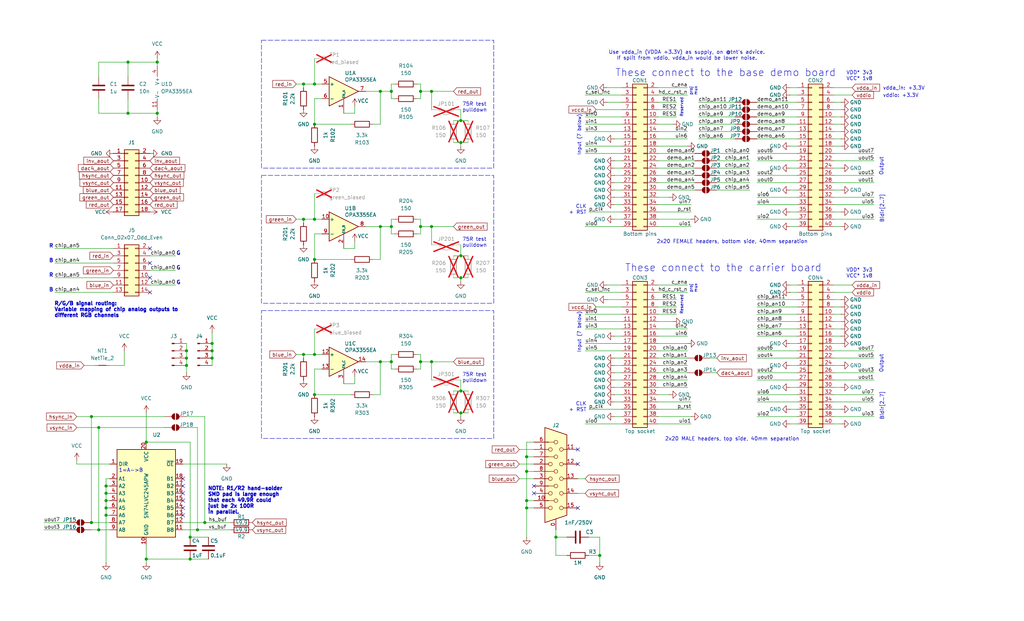
<source format=kicad_sch>
(kicad_sch (version 20231120) (generator "eeschema") (generator_version "8.0")
  (paper "USLegal")
  (junction (at 54.61 39.37))
  (junction (at 34.29 148.59))
  (junction (at 193.04 186.69))
  (junction (at 182.88 176.53))
  (junction (at 36.83 176.53))
  (junction (at 105.41 123.19))
  (junction (at 105.41 29.21))
  (junction (at 64.77 121.92))
  (junction (at 50.8 194.31))
  (junction (at 36.83 168.91))
  (junction (at 109.22 29.21))
  (junction (at 132.08 125.73))
  (junction (at 182.88 173.99))
  (junction (at 135.89 78.74))
  (junction (at 66.04 186.69))
  (junction (at 44.45 21.59))
  (junction (at 109.22 137.16))
  (junction (at 64.77 124.46))
  (junction (at 109.22 123.19))
  (junction (at 146.05 31.75))
  (junction (at 160.02 41.91))
  (junction (at 146.05 78.74))
  (junction (at 54.61 21.59))
  (junction (at 73.66 124.46))
  (junction (at 31.75 181.61))
  (junction (at 34.29 184.15))
  (junction (at 66.04 194.31))
  (junction (at 36.83 179.07))
  (junction (at 109.22 90.17))
  (junction (at 160.02 135.89))
  (junction (at 71.12 181.61))
  (junction (at 208.28 193.04))
  (junction (at 149.86 78.74))
  (junction (at 50.8 153.67))
  (junction (at 73.66 119.38))
  (junction (at 160.02 49.53))
  (junction (at 31.75 144.78))
  (junction (at 135.89 31.75))
  (junction (at 36.83 171.45))
  (junction (at 64.77 127))
  (junction (at 135.89 125.73))
  (junction (at 132.08 78.74))
  (junction (at 73.66 121.92))
  (junction (at 44.45 39.37))
  (junction (at 160.02 143.51))
  (junction (at 109.22 43.18))
  (junction (at 68.58 184.15))
  (junction (at 149.86 125.73))
  (junction (at 36.83 173.99))
  (junction (at 160.02 88.9))
  (junction (at 160.02 96.52))
  (junction (at 132.08 31.75))
  (junction (at 182.88 163.83))
  (junction (at 149.86 31.75))
  (junction (at 105.41 76.2))
  (junction (at 182.88 158.75))
  (junction (at 146.05 125.73))
  (junction (at 109.22 76.2))
  (no_connect (at 52.07 96.52))
  (no_connect (at 63.5 171.45))
  (no_connect (at 63.5 173.99))
  (no_connect (at 185.42 171.45))
  (no_connect (at 200.66 161.29))
  (no_connect (at 52.07 101.6))
  (no_connect (at 200.66 176.53))
  (no_connect (at 200.66 156.21))
  (no_connect (at 63.5 168.91))
  (no_connect (at 63.5 166.37))
  (no_connect (at 185.42 168.91))
  (no_connect (at 52.07 86.36))
  (no_connect (at 52.07 91.44))
  (no_connect (at 63.5 176.53))
  (no_connect (at 63.5 179.07))
  (wire (pts (xy 132.08 90.17) (xy 129.54 90.17)))
  (wire (pts (xy 146.05 76.2) (xy 146.05 78.74)))
  (wire (pts (xy 132.08 43.18) (xy 129.54 43.18)))
  (wire (pts (xy 185.42 153.67) (xy 182.88 153.67)))
  (wire (pts (xy 289.56 114.3) (xy 292.1 114.3)))
  (wire (pts (xy 50.8 153.67) (xy 66.04 153.67)))
  (wire (pts (xy 109.22 34.29) (xy 109.22 43.18)))
  (wire (pts (xy 213.36 63.5) (xy 215.9 63.5)))
  (wire (pts (xy 144.78 34.29) (xy 146.05 34.29)))
  (wire (pts (xy 228.6 40.64) (xy 234.95 40.64)))
  (wire (pts (xy 54.61 21.59) (xy 54.61 22.86)))
  (wire (pts (xy 248.92 63.5) (xy 260.35 63.5)))
  (wire (pts (xy 121.92 137.16) (xy 109.22 137.16)))
  (wire (pts (xy 36.83 179.07) (xy 36.83 195.58)))
  (wire (pts (xy 274.32 134.62) (xy 276.86 134.62)))
  (wire (pts (xy 208.28 193.04) (xy 208.28 195.58)))
  (wire (pts (xy 228.6 124.46) (xy 238.76 124.46)))
  (wire (pts (xy 228.6 114.3) (xy 238.76 114.3)))
  (wire (pts (xy 289.56 142.24) (xy 292.1 142.24)))
  (wire (pts (xy 157.48 135.89) (xy 160.02 135.89)))
  (wire (pts (xy 289.56 127) (xy 292.1 127)))
  (wire (pts (xy 31.75 144.78) (xy 31.75 181.61)))
  (wire (pts (xy 262.89 137.16) (xy 276.86 137.16)))
  (wire (pts (xy 132.08 78.74) (xy 132.08 90.17)))
  (wire (pts (xy 144.78 81.28) (xy 146.05 81.28)))
  (wire (pts (xy 289.56 71.12) (xy 303.53 71.12)))
  (wire (pts (xy 60.96 88.9) (xy 52.07 88.9)))
  (wire (pts (xy 228.6 109.22) (xy 234.95 109.22)))
  (wire (pts (xy 135.89 76.2) (xy 135.89 78.74)))
  (wire (pts (xy 203.2 166.37) (xy 200.66 166.37)))
  (wire (pts (xy 19.05 101.6) (xy 39.37 101.6)))
  (wire (pts (xy 157.48 88.9) (xy 160.02 88.9)))
  (wire (pts (xy 146.05 128.27) (xy 146.05 125.73)))
  (wire (pts (xy 63.5 181.61) (xy 71.12 181.61)))
  (wire (pts (xy 289.56 99.06) (xy 295.91 99.06)))
  (wire (pts (xy 105.41 123.19) (xy 109.22 123.19)))
  (wire (pts (xy 289.56 101.6) (xy 295.91 101.6)))
  (wire (pts (xy 149.86 125.73) (xy 157.48 125.73)))
  (wire (pts (xy 105.41 30.48) (xy 105.41 29.21)))
  (wire (pts (xy 182.88 176.53) (xy 185.42 176.53)))
  (wire (pts (xy 71.12 181.61) (xy 80.01 181.61)))
  (wire (pts (xy 144.78 76.2) (xy 146.05 76.2)))
  (wire (pts (xy 64.77 121.92) (xy 64.77 124.46)))
  (wire (pts (xy 19.05 91.44) (xy 39.37 91.44)))
  (wire (pts (xy 146.05 31.75) (xy 149.86 31.75)))
  (wire (pts (xy 228.6 48.26) (xy 238.76 48.26)))
  (wire (pts (xy 36.83 176.53) (xy 38.1 176.53)))
  (wire (pts (xy 73.66 124.46) (xy 73.66 127)))
  (wire (pts (xy 43.18 127) (xy 38.1 127)))
  (wire (pts (xy 160.02 96.52) (xy 160.02 97.79)))
  (wire (pts (xy 203.2 109.22) (xy 215.9 109.22)))
  (wire (pts (xy 213.36 116.84) (xy 215.9 116.84)))
  (wire (pts (xy 203.2 147.32) (xy 215.9 147.32)))
  (wire (pts (xy 66.04 194.31) (xy 72.39 194.31)))
  (wire (pts (xy 182.88 163.83) (xy 182.88 173.99)))
  (wire (pts (xy 157.48 96.52) (xy 160.02 96.52)))
  (wire (pts (xy 73.66 115.57) (xy 73.66 119.38)))
  (wire (pts (xy 289.56 134.62) (xy 292.1 134.62)))
  (wire (pts (xy 242.57 38.1) (xy 255.27 38.1)))
  (wire (pts (xy 54.61 38.1) (xy 54.61 39.37)))
  (wire (pts (xy 262.89 104.14) (xy 276.86 104.14)))
  (wire (pts (xy 109.22 128.27) (xy 111.76 128.27)))
  (wire (pts (xy 228.6 119.38) (xy 238.76 119.38)))
  (wire (pts (xy 228.6 78.74) (xy 240.03 78.74)))
  (wire (pts (xy 66.04 153.67) (xy 66.04 186.69)))
  (wire (pts (xy 34.29 39.37) (xy 44.45 39.37)))
  (wire (pts (xy 123.19 83.82) (xy 123.19 86.36)))
  (wire (pts (xy 228.6 43.18) (xy 233.68 43.18)))
  (wire (pts (xy 43.18 121.92) (xy 43.18 127)))
  (wire (pts (xy 135.89 125.73) (xy 135.89 128.27)))
  (wire (pts (xy 289.56 132.08) (xy 303.53 132.08)))
  (wire (pts (xy 289.56 73.66) (xy 292.1 73.66)))
  (wire (pts (xy 109.22 29.21) (xy 111.76 29.21)))
  (wire (pts (xy 242.57 35.56) (xy 255.27 35.56)))
  (wire (pts (xy 160.02 135.89) (xy 162.56 135.89)))
  (wire (pts (xy 228.6 33.02) (xy 238.76 33.02)))
  (wire (pts (xy 203.2 43.18) (xy 215.9 43.18)))
  (wire (pts (xy 135.89 31.75) (xy 135.89 34.29)))
  (wire (pts (xy 57.15 148.59) (xy 34.29 148.59)))
  (wire (pts (xy 64.77 119.38) (xy 64.77 121.92)))
  (wire (pts (xy 146.05 81.28) (xy 146.05 78.74)))
  (wire (pts (xy 228.6 63.5) (xy 241.3 63.5)))
  (wire (pts (xy 44.45 26.67) (xy 44.45 21.59)))
  (wire (pts (xy 160.02 85.09) (xy 160.02 88.9)))
  (wire (pts (xy 119.38 86.36) (xy 123.19 86.36)))
  (wire (pts (xy 248.92 124.46) (xy 246.38 124.46)))
  (wire (pts (xy 204.47 142.24) (xy 215.9 142.24)))
  (wire (pts (xy 228.6 68.58) (xy 232.41 68.58)))
  (wire (pts (xy 146.05 29.21) (xy 146.05 31.75)))
  (wire (pts (xy 26.67 148.59) (xy 34.29 148.59)))
  (wire (pts (xy 105.41 124.46) (xy 105.41 123.19)))
  (wire (pts (xy 289.56 33.02) (xy 295.91 33.02)))
  (wire (pts (xy 204.47 193.04) (xy 208.28 193.04)))
  (wire (pts (xy 146.05 123.19) (xy 146.05 125.73)))
  (wire (pts (xy 262.89 71.12) (xy 276.86 71.12)))
  (wire (pts (xy 262.89 45.72) (xy 276.86 45.72)))
  (wire (pts (xy 274.32 119.38) (xy 276.86 119.38)))
  (wire (pts (xy 228.6 53.34) (xy 241.3 53.34)))
  (wire (pts (xy 274.32 101.6) (xy 276.86 101.6)))
  (wire (pts (xy 132.08 137.16) (xy 129.54 137.16)))
  (wire (pts (xy 44.45 34.29) (xy 44.45 39.37)))
  (wire (pts (xy 262.89 144.78) (xy 276.86 144.78)))
  (wire (pts (xy 248.92 60.96) (xy 260.35 60.96)))
  (wire (pts (xy 262.89 121.92) (xy 276.86 121.92)))
  (wire (pts (xy 123.19 130.81) (xy 123.19 133.35)))
  (wire (pts (xy 262.89 109.22) (xy 276.86 109.22)))
  (wire (pts (xy 262.89 111.76) (xy 276.86 111.76)))
  (wire (pts (xy 44.45 21.59) (xy 54.61 21.59)))
  (wire (pts (xy 36.83 166.37) (xy 36.83 168.91)))
  (wire (pts (xy 135.89 123.19) (xy 135.89 125.73)))
  (wire (pts (xy 248.92 129.54) (xy 246.38 129.54)))
  (wire (pts (xy 289.56 45.72) (xy 292.1 45.72)))
  (wire (pts (xy 193.04 184.15) (xy 193.04 186.69)))
  (wire (pts (xy 109.22 34.29) (xy 111.76 34.29)))
  (wire (pts (xy 274.32 127) (xy 276.86 127)))
  (wire (pts (xy 34.29 184.15) (xy 38.1 184.15)))
  (wire (pts (xy 135.89 78.74) (xy 135.89 81.28)))
  (wire (pts (xy 132.08 125.73) (xy 132.08 137.16)))
  (wire (pts (xy 262.89 43.18) (xy 276.86 43.18)))
  (wire (pts (xy 289.56 66.04) (xy 292.1 66.04)))
  (wire (pts (xy 50.8 194.31) (xy 66.04 194.31)))
  (wire (pts (xy 274.32 50.8) (xy 276.86 50.8)))
  (wire (pts (xy 29.21 127) (xy 33.02 127)))
  (wire (pts (xy 242.57 40.64) (xy 255.27 40.64)))
  (wire (pts (xy 15.24 181.61) (xy 24.13 181.61)))
  (wire (pts (xy 203.2 114.3) (xy 215.9 114.3)))
  (wire (pts (xy 262.89 139.7) (xy 276.86 139.7)))
  (wire (pts (xy 105.41 76.2) (xy 102.87 76.2)))
  (wire (pts (xy 242.57 45.72) (xy 255.27 45.72)))
  (wire (pts (xy 127 78.74) (xy 132.08 78.74)))
  (wire (pts (xy 36.83 168.91) (xy 36.83 171.45)))
  (wire (pts (xy 289.56 139.7) (xy 303.53 139.7)))
  (wire (pts (xy 228.6 58.42) (xy 241.3 58.42)))
  (wire (pts (xy 144.78 29.21) (xy 146.05 29.21)))
  (wire (pts (xy 146.05 78.74) (xy 149.86 78.74)))
  (wire (pts (xy 105.41 29.21) (xy 109.22 29.21)))
  (wire (pts (xy 144.78 123.19) (xy 146.05 123.19)))
  (wire (pts (xy 102.87 29.21) (xy 105.41 29.21)))
  (wire (pts (xy 31.75 184.15) (xy 34.29 184.15)))
  (wire (pts (xy 289.56 147.32) (xy 292.1 147.32)))
  (wire (pts (xy 274.32 147.32) (xy 276.86 147.32)))
  (wire (pts (xy 262.89 40.64) (xy 276.86 40.64)))
  (wire (pts (xy 289.56 116.84) (xy 292.1 116.84)))
  (wire (pts (xy 119.38 133.35) (xy 123.19 133.35)))
  (wire (pts (xy 274.32 58.42) (xy 276.86 58.42)))
  (wire (pts (xy 68.58 184.15) (xy 80.01 184.15)))
  (wire (pts (xy 274.32 66.04) (xy 276.86 66.04)))
  (wire (pts (xy 132.08 78.74) (xy 135.89 78.74)))
  (wire (pts (xy 180.34 166.37) (xy 185.42 166.37)))
  (wire (pts (xy 64.77 144.78) (xy 71.12 144.78)))
  (wire (pts (xy 36.83 179.07) (xy 38.1 179.07)))
  (wire (pts (xy 289.56 119.38) (xy 292.1 119.38)))
  (wire (pts (xy 109.22 114.3) (xy 109.22 123.19)))
  (wire (pts (xy 60.96 99.06) (xy 52.07 99.06)))
  (wire (pts (xy 289.56 38.1) (xy 292.1 38.1)))
  (wire (pts (xy 289.56 43.18) (xy 292.1 43.18)))
  (wire (pts (xy 73.66 121.92) (xy 73.66 124.46)))
  (wire (pts (xy 262.89 106.68) (xy 276.86 106.68)))
  (wire (pts (xy 15.24 184.15) (xy 24.13 184.15)))
  (wire (pts (xy 248.92 55.88) (xy 260.35 55.88)))
  (wire (pts (xy 228.6 99.06) (xy 238.76 99.06)))
  (wire (pts (xy 160.02 132.08) (xy 160.02 135.89)))
  (wire (pts (xy 289.56 40.64) (xy 292.1 40.64)))
  (wire (pts (xy 105.41 77.47) (xy 105.41 76.2)))
  (wire (pts (xy 203.2 78.74) (xy 215.9 78.74)))
  (wire (pts (xy 228.6 144.78) (xy 240.03 144.78)))
  (wire (pts (xy 274.32 99.06) (xy 276.86 99.06)))
  (wire (pts (xy 160.02 38.1) (xy 160.02 41.91)))
  (wire (pts (xy 157.48 49.53) (xy 160.02 49.53)))
  (wire (pts (xy 137.16 76.2) (xy 135.89 76.2)))
  (wire (pts (xy 160.02 49.53) (xy 162.56 49.53)))
  (wire (pts (xy 228.6 111.76) (xy 233.68 111.76)))
  (wire (pts (xy 289.56 78.74) (xy 292.1 78.74)))
  (wire (pts (xy 182.88 158.75) (xy 182.88 163.83)))
  (wire (pts (xy 50.8 194.31) (xy 50.8 195.58)))
  (wire (pts (xy 289.56 104.14) (xy 292.1 104.14)))
  (wire (pts (xy 72.39 186.69) (xy 66.04 186.69)))
  (wire (pts (xy 157.48 41.91) (xy 160.02 41.91)))
  (wire (pts (xy 228.6 101.6) (xy 238.76 101.6)))
  (wire (pts (xy 160.02 143.51) (xy 162.56 143.51)))
  (wire (pts (xy 68.58 148.59) (xy 68.58 184.15)))
  (wire (pts (xy 213.36 144.78) (xy 215.9 144.78)))
  (wire (pts (xy 228.6 55.88) (xy 241.3 55.88)))
  (wire (pts (xy 228.6 116.84) (xy 238.76 116.84)))
  (wire (pts (xy 203.2 40.64) (xy 215.9 40.64)))
  (wire (pts (xy 213.36 76.2) (xy 215.9 76.2)))
  (wire (pts (xy 105.41 76.2) (xy 109.22 76.2)))
  (wire (pts (xy 228.6 106.68) (xy 234.95 106.68)))
  (wire (pts (xy 144.78 128.27) (xy 146.05 128.27)))
  (wire (pts (xy 182.88 153.67) (xy 182.88 158.75)))
  (wire (pts (xy 34.29 21.59) (xy 44.45 21.59)))
  (wire (pts (xy 289.56 137.16) (xy 303.53 137.16)))
  (wire (pts (xy 57.15 144.78) (xy 31.75 144.78)))
  (wire (pts (xy 123.19 36.83) (xy 123.19 39.37)))
  (wire (pts (xy 149.86 125.73) (xy 149.86 132.08)))
  (wire (pts (xy 213.36 66.04) (xy 215.9 66.04)))
  (wire (pts (xy 146.05 125.73) (xy 149.86 125.73)))
  (wire (pts (xy 193.04 193.04) (xy 193.04 186.69)))
  (wire (pts (xy 19.05 86.36) (xy 39.37 86.36)))
  (wire (pts (xy 149.86 31.75) (xy 157.48 31.75)))
  (wire (pts (xy 228.6 139.7) (xy 240.03 139.7)))
  (wire (pts (xy 137.16 29.21) (xy 135.89 29.21)))
  (wire (pts (xy 64.77 124.46) (xy 64.77 127)))
  (wire (pts (xy 121.92 90.17) (xy 109.22 90.17)))
  (wire (pts (xy 149.86 31.75) (xy 149.86 38.1)))
  (wire (pts (xy 262.89 114.3) (xy 276.86 114.3)))
  (wire (pts (xy 203.2 121.92) (xy 215.9 121.92)))
  (wire (pts (xy 182.88 176.53) (xy 182.88 186.69)))
  (wire (pts (xy 228.6 71.12) (xy 240.03 71.12)))
  (wire (pts (xy 203.2 171.45) (xy 200.66 171.45)))
  (wire (pts (xy 228.6 50.8) (xy 238.76 50.8)))
  (wire (pts (xy 36.83 171.45) (xy 36.83 173.99)))
  (wire (pts (xy 64.77 148.59) (xy 68.58 148.59)))
  (wire (pts (xy 203.2 53.34) (xy 215.9 53.34)))
  (wire (pts (xy 274.32 142.24) (xy 276.86 142.24)))
  (wire (pts (xy 213.36 48.26) (xy 215.9 48.26)))
  (wire (pts (xy 289.56 55.88) (xy 303.53 55.88)))
  (wire (pts (xy 262.89 38.1) (xy 276.86 38.1)))
  (wire (pts (xy 262.89 48.26) (xy 276.86 48.26)))
  (wire (pts (xy 180.34 156.21) (xy 185.42 156.21)))
  (wire (pts (xy 289.56 53.34) (xy 303.53 53.34)))
  (wire (pts (xy 262.89 68.58) (xy 276.86 68.58)))
  (wire (pts (xy 109.22 76.2) (xy 111.76 76.2)))
  (wire (pts (xy 196.85 193.04) (xy 193.04 193.04)))
  (wire (pts (xy 274.32 33.02) (xy 276.86 33.02)))
  (wire (pts (xy 34.29 148.59) (xy 34.29 184.15)))
  (wire (pts (xy 228.6 137.16) (xy 232.41 137.16)))
  (wire (pts (xy 109.22 128.27) (xy 109.22 137.16)))
  (wire (pts (xy 213.36 58.42) (xy 215.9 58.42)))
  (wire (pts (xy 289.56 124.46) (xy 303.53 124.46)))
  (wire (pts (xy 132.08 125.73) (xy 135.89 125.73)))
  (wire (pts (xy 242.57 48.26) (xy 255.27 48.26)))
  (wire (pts (xy 149.86 78.74) (xy 157.48 78.74)))
  (wire (pts (xy 137.16 123.19) (xy 135.89 123.19)))
  (wire (pts (xy 36.83 171.45) (xy 38.1 171.45)))
  (wire (pts (xy 289.56 58.42) (xy 292.1 58.42)))
  (wire (pts (xy 213.36 129.54) (xy 215.9 129.54)))
  (wire (pts (xy 228.6 60.96) (xy 241.3 60.96)))
  (wire (pts (xy 207.01 106.68) (xy 215.9 106.68)))
  (wire (pts (xy 228.6 104.14) (xy 234.95 104.14)))
  (wire (pts (xy 228.6 129.54) (xy 238.76 129.54)))
  (wire (pts (xy 208.28 186.69) (xy 208.28 193.04)))
  (wire (pts (xy 289.56 30.48) (xy 295.91 30.48)))
  (wire (pts (xy 289.56 121.92) (xy 303.53 121.92)))
  (wire (pts (xy 274.32 30.48) (xy 276.86 30.48)))
  (wire (pts (xy 36.83 173.99) (xy 36.83 176.53)))
  (wire (pts (xy 213.36 134.62) (xy 215.9 134.62)))
  (wire (pts (xy 109.22 81.28) (xy 111.76 81.28)))
  (wire (pts (xy 289.56 60.96) (xy 303.53 60.96)))
  (wire (pts (xy 228.6 73.66) (xy 240.03 73.66)))
  (wire (pts (xy 274.32 73.66) (xy 276.86 73.66)))
  (wire (pts (xy 213.36 139.7) (xy 215.9 139.7)))
  (wire (pts (xy 157.48 143.51) (xy 160.02 143.51)))
  (wire (pts (xy 213.36 68.58) (xy 215.9 68.58)))
  (wire (pts (xy 34.29 26.67) (xy 34.29 21.59)))
  (wire (pts (xy 26.67 161.29) (xy 38.1 161.29)))
  (wire (pts (xy 54.61 20.32) (xy 54.61 21.59)))
  (wire (pts (xy 203.2 45.72) (xy 215.9 45.72)))
  (wire (pts (xy 63.5 184.15) (xy 68.58 184.15)))
  (wire (pts (xy 203.2 111.76) (xy 215.9 111.76)))
  (wire (pts (xy 262.89 63.5) (xy 276.86 63.5)))
  (wire (pts (xy 180.34 161.29) (xy 185.42 161.29)))
  (wire (pts (xy 289.56 144.78) (xy 303.53 144.78)))
  (wire (pts (xy 149.86 78.74) (xy 149.86 85.09)))
  (wire (pts (xy 213.36 132.08) (xy 215.9 132.08)))
  (wire (pts (xy 203.2 50.8) (xy 215.9 50.8)))
  (wire (pts (xy 135.89 128.27) (xy 137.16 128.27)))
  (wire (pts (xy 262.89 35.56) (xy 276.86 35.56)))
  (wire (pts (xy 262.89 129.54) (xy 276.86 129.54)))
  (wire (pts (xy 132.08 31.75) (xy 132.08 43.18)))
  (wire (pts (xy 262.89 124.46) (xy 276.86 124.46)))
  (wire (pts (xy 44.45 39.37) (xy 54.61 39.37)))
  (wire (pts (xy 228.6 66.04) (xy 241.3 66.04)))
  (wire (pts (xy 289.56 76.2) (xy 303.53 76.2)))
  (wire (pts (xy 182.88 173.99) (xy 182.88 176.53)))
  (wire (pts (xy 289.56 50.8) (xy 292.1 50.8)))
  (wire (pts (xy 213.36 127) (xy 215.9 127)))
  (wire (pts (xy 36.83 168.91) (xy 38.1 168.91)))
  (wire (pts (xy 213.36 55.88) (xy 215.9 55.88)))
  (wire (pts (xy 289.56 111.76) (xy 292.1 111.76)))
  (wire (pts (xy 289.56 68.58) (xy 303.53 68.58)))
  (wire (pts (xy 160.02 88.9) (xy 162.56 88.9)))
  (wire (pts (xy 204.47 73.66) (xy 215.9 73.66)))
  (wire (pts (xy 242.57 43.18) (xy 255.27 43.18)))
  (wire (pts (xy 262.89 60.96) (xy 276.86 60.96)))
  (wire (pts (xy 132.08 31.75) (xy 135.89 31.75)))
  (wire (pts (xy 289.56 109.22) (xy 292.1 109.22)))
  (wire (pts (xy 160.02 143.51) (xy 160.02 144.78)))
  (wire (pts (xy 135.89 81.28) (xy 137.16 81.28)))
  (wire (pts (xy 248.92 53.34) (xy 260.35 53.34)))
  (wire (pts (xy 26.67 160.02) (xy 26.67 161.29)))
  (wire (pts (xy 109.22 81.28) (xy 109.22 90.17)))
  (wire (pts (xy 262.89 76.2) (xy 276.86 76.2)))
  (wire (pts (xy 228.6 127) (xy 238.76 127)))
  (wire (pts (xy 228.6 142.24) (xy 240.03 142.24)))
  (wire (pts (xy 109.22 123.19) (xy 111.76 123.19)))
  (wire (pts (xy 160.02 49.53) (xy 160.02 50.8)))
  (wire (pts (xy 213.36 124.46) (xy 215.9 124.46)))
  (wire (pts (xy 127 125.73) (xy 132.08 125.73)))
  (wire (pts (xy 274.32 78.74) (xy 276.86 78.74)))
  (wire (pts (xy 121.92 43.18) (xy 109.22 43.18)))
  (wire (pts (xy 213.36 71.12) (xy 215.9 71.12)))
  (wire (pts (xy 207.01 38.1) (xy 215.9 38.1)))
  (wire (pts (xy 64.77 129.54) (xy 64.77 127)))
  (wire (pts (xy 289.56 35.56) (xy 292.1 35.56)))
  (wire (pts (xy 210.82 30.48) (xy 215.9 30.48)))
  (wire (pts (xy 228.6 76.2) (xy 240.03 76.2)))
  (wire (pts (xy 160.02 41.91) (xy 162.56 41.91)))
  (wire (pts (xy 182.88 173.99) (xy 185.42 173.99)))
  (wire (pts (xy 60.96 93.98) (xy 52.07 93.98)))
  (wire (pts (xy 289.56 129.54) (xy 303.53 129.54)))
  (wire (pts (xy 203.2 119.38) (xy 215.9 119.38)))
  (wire (pts (xy 228.6 121.92) (xy 238.76 121.92)))
  (wire (pts (xy 262.89 132.08) (xy 276.86 132.08)))
  (wire (pts (xy 119.38 39.37) (xy 123.19 39.37)))
  (wire (pts (xy 109.22 67.31) (xy 109.22 76.2)))
  (wire (pts (xy 105.41 123.19) (xy 102.87 123.19)))
  (wire (pts (xy 248.92 66.04) (xy 260.35 66.04)))
  (wire (pts (xy 36.83 176.53) (xy 36.83 179.07)))
  (wire (pts (xy 19.05 96.52) (xy 39.37 96.52)))
  (wire (pts (xy 31.75 144.78) (xy 26.67 144.78)))
  (wire (pts (xy 262.89 55.88) (xy 276.86 55.88)))
  (wire (pts (xy 289.56 48.26) (xy 292.1 48.26)))
  (wire (pts (xy 127 31.75) (xy 132.08 31.75)))
  (wire (pts (xy 210.82 99.06) (xy 215.9 99.06)))
  (wire (pts (xy 182.88 158.75) (xy 185.42 158.75)))
  (wire (pts (xy 135.89 34.29) (xy 137.16 34.29)))
  (wire (pts (xy 50.8 189.23) (xy 50.8 194.31)))
  (wire (pts (xy 248.92 58.42) (xy 260.35 58.42)))
  (wire (pts (xy 146.05 34.29) (xy 146.05 31.75)))
  (wire (pts (xy 36.83 166.37) (xy 38.1 166.37)))
  (wire (pts (xy 228.6 134.62) (xy 238.76 134.62)))
  (wire (pts (xy 73.66 119.38) (xy 73.66 121.92)))
  (wire (pts (xy 204.47 186.69) (xy 208.28 186.69)))
  (wire (pts (xy 71.12 144.78) (xy 71.12 181.61)))
  (wire (pts (xy 228.6 147.32) (xy 240.03 147.32)))
  (wire (pts (xy 109.22 20.32) (xy 109.22 29.21)))
  (wire (pts (xy 54.61 39.37) (xy 54.61 40.64)))
  (wire (pts (xy 262.89 116.84) (xy 276.86 116.84)))
  (wire (pts (xy 213.36 137.16) (xy 215.9 137.16)))
  (wire (pts (xy 31.75 181.61) (xy 38.1 181.61)))
  (wire (pts (xy 213.36 60.96) (xy 215.9 60.96)))
  (wire (pts (xy 289.56 106.68) (xy 292.1 106.68)))
  (wire (pts (xy 228.6 45.72) (xy 238.76 45.72)))
  (wire (pts (xy 228.6 30.48) (xy 238.76 30.48)))
  (wire (pts (xy 36.83 173.99) (xy 38.1 173.99)))
  (wire (pts (xy 262.89 53.34) (xy 276.86 53.34)))
  (wire (pts (xy 135.89 29.21) (xy 135.89 31.75)))
  (wire (pts (xy 193.04 186.69) (xy 196.85 186.69)))
  (wire (pts (xy 203.2 33.02) (xy 215.9 33.02)))
  (wire (pts (xy 50.8 143.51) (xy 50.8 153.67)))
  (wire (pts (xy 228.6 35.56) (xy 234.95 35.56)))
  (wire (pts (xy 228.6 132.08) (xy 238.76 132.08)))
  (wire (pts (xy 228.6 38.1) (xy 234.95 38.1)))
  (wire (pts (xy 34.29 34.29) (xy 34.29 39.37)))
  (wire (pts (xy 289.56 63.5) (xy 303.53 63.5)))
  (wire (pts (xy 182.88 163.83) (xy 185.42 163.83)))
  (wire (pts (xy 210.82 104.14) (xy 215.9 104.14)))
  (wire (pts (xy 63.5 161.29) (xy 78.74 161.29)))
  (wire (pts (xy 203.2 101.6) (xy 215.9 101.6)))
  (wire (pts (xy 210.82 35.56) (xy 215.9 35.56)))
  (wire (pts (xy 160.02 96.52) (xy 162.56 96.52)))
  (rectangle (start 90.805 107.95) (end 171.45 152.4) (stroke (width 0) (type dash)))
  (rectangle (start 90.805 13.97) (end 171.45 58.42) (stroke (width 0) (type dash)))
  (rectangle (start 90.805 60.96) (end 171.45 105.41) (stroke (width 0) (type dash)))
  (text "Output" (at 306.07 123.19 90) (effects (font (size 1.27 1.27)) (justify right)))
  (text "proj\nmux" (at 240.792 33.274 90) (effects (font (size 1 1)) (justify left)))
  (text "Use vdda_in (VDDA +3.3V) as supply, on @tnt's advice.\nIf split from vddio, vdda_in would be lower noise." (at 238.506 19.304 0) (effects (font (size 1.27 1.27))))
  (text "G" (at 61.976 98.298 0) (effects (font (size 1.27 1.27) (thickness 0.254) (bold yes))))
  (text "VDD* 3v3\nVCC* 1v8" (at 298.45 94.996 0) (effects (font (size 1.27 1.27))))
  (text "vdda_in: +3.3V" (at 306.578 30.734 0) (effects (font (size 1.27 1.27)) (justify left)))
  (text "Reserved" (at 236.728 37.338 90) (effects (font (size 1 1))))
  (text "75R test\npulldown" (at 160.528 37.338 0) (effects (font (size 1.27 1.27)) (justify left)))
  (text "75R test\npulldown" (at 160.528 84.328 0) (effects (font (size 1.27 1.27)) (justify left)))
  (text "R" (at 17.78 95.758 0) (effects (font (size 1.27 1.27) (thickness 0.254) (bold yes))))
  (text "B" (at 17.78 100.838 0) (effects (font (size 1.27 1.27) (thickness 0.254) (bold yes))))
  (text "These connect to the carrier board" (at 251.206 93.218 0) (effects (font (size 2.54 2.54))))
  (text "2x20 FEMALE headers, bottom side, 40mm separation" (at 254.254 84.074 0) (effects (font (size 1.27 1.27))))
  (text "75R test\npulldown" (at 160.528 131.318 0) (effects (font (size 1.27 1.27)) (justify left)))
  (text "B" (at 17.78 90.678 0) (effects (font (size 1.27 1.27) (thickness 0.254) (bold yes))))
  (text "G" (at 61.976 88.138 0) (effects (font (size 1.27 1.27) (thickness 0.254) (bold yes))))
  (text "VDD* 3v3\nVCC* 1v8" (at 298.45 26.416 0) (effects (font (size 1.27 1.27))))
  (text "Input (7 below)" (at 201.168 54.102 90) (effects (font (size 1.2 1.2)) (justify left)))
  (text "proj\nmux" (at 240.792 101.854 90) (effects (font (size 1 1)) (justify left)))
  (text "2x20 MALE headers, top side, 40mm separation" (at 254.254 152.654 0) (effects (font (size 1.27 1.27))))
  (text "vddio: +3.3V" (at 306.578 33.274 0) (effects (font (size 1.27 1.27)) (justify left)))
  (text "R/G/B signal routing:\nVariable mapping of chip analog outputs to\ndifferent RGB channels" (at 18.796 107.696 0) (effects (font (size 1.27 1.27) (thickness 0.762) (bold yes)) (justify left)))
  (text "NOTE: R1/R2 hand-solder\nSMD pad is large enough\nthat each 49.9R could\njust be 2x 100R\nin parallel." (at 72.136 173.99 0) (effects (font (size 1.27 1.27) (thickness 0.762) (bold yes)) (justify left)))
  (text "R" (at 17.78 85.598 0) (effects (font (size 1.27 1.27) (thickness 0.254) (bold yes))))
  (text "Bidir[2..7]" (at 306.324 67.564 90) (effects (font (size 1.27 1.27)) (justify right)))
  (text "These connect to the base demo board" (at 251.968 25.4 0) (effects (font (size 2.54 2.54))))
  (text "G" (at 61.976 93.218 0) (effects (font (size 1.27 1.27) (thickness 0.254) (bold yes))))
  (text "Input (7 below)" (at 201.168 122.682 90) (effects (font (size 1.2 1.2)) (justify left)))
  (text "1=A->B" (at 45.466 163.576 0) (effects (font (size 1.27 1.27))))
  (text "Reserved" (at 236.728 105.918 90) (effects (font (size 1 1))))
  (text "Output" (at 306.07 54.61 90) (effects (font (size 1.27 1.27)) (justify right)))
  (text "CLK\n+ RST" (at 203.708 141.478 0) (effects (font (size 1.27 1.27)) (justify right)))
  (text "Bidir[2..7]" (at 306.324 136.144 90) (effects (font (size 1.27 1.27)) (justify right)))
  (text "CLK\n+ RST" (at 203.708 72.898 0) (effects (font (size 1.27 1.27)) (justify right)))
  (label "chip_an5" (at 260.35 66.04 180))
  (label "uin2" (at 238.76 114.3 180))
  (label "chip_an2" (at 238.76 127 180))
  (label "hs_buf" (at 72.39 181.61 0))
  (label "chip_an5" (at 19.05 96.52 0))
  (label "uout3" (at 303.53 129.54 180))
  (label "demo_an5" (at 241.3 66.04 180))
  (label "uout5" (at 303.53 124.46 180))
  (label "chip_an10" (at 262.89 106.68 0))
  (label "c_ena" (at 238.76 30.48 180))
  (label "chip_an0" (at 60.96 93.98 180))
  (label "chip_an3" (at 238.76 129.54 180))
  (label "hd_c_rst_n" (at 238.76 101.6 180))
  (label "uio7" (at 303.53 68.58 180))
  (label "c_ena" (at 238.76 99.06 180))
  (label "chip_an2" (at 260.35 58.42 180))
  (label "chip_an0" (at 260.35 53.34 180))
  (label "vs_buf" (at 72.39 184.15 0))
  (label "uout4" (at 262.89 55.88 0))
  (label "chip_an9" (at 262.89 109.22 0))
  (label "uin4" (at 203.2 50.8 0))
  (label "chip_an1" (at 238.76 124.46 180))
  (label "uout3" (at 303.53 60.96 180))
  (label "hd_c_rst_n" (at 238.76 33.02 180))
  (label "uio7" (at 303.53 137.16 180))
  (label "demo_an11" (at 262.89 35.56 0))
  (label "demo_an8" (at 262.89 43.18 0))
  (label "chip_an3" (at 260.35 60.96 180))
  (label "chip_an9" (at 242.57 40.64 0))
  (label "uio2" (at 262.89 144.78 0))
  (label "chip_an7" (at 262.89 114.3 0))
  (label "uin7" (at 240.03 71.12 180))
  (label "uio6" (at 262.89 68.58 0))
  (label "uio0" (at 203.2 147.32 0))
  (label "RES3" (at 234.95 109.22 180))
  (label "uin4" (at 203.2 119.38 0))
  (label "p_clk" (at 204.47 142.24 0))
  (label "uout0" (at 262.89 63.5 0))
  (label "chip_an5" (at 238.76 134.62 180))
  (label "uin1" (at 203.2 111.76 0))
  (label "chip_an6" (at 262.89 116.84 0))
  (label "uio3" (at 303.53 76.2 180))
  (label "uin0" (at 203.2 40.64 0))
  (label "chip_an11" (at 242.57 35.56 0))
  (label "uout4" (at 262.89 124.46 0))
  (label "chip_an7" (at 242.57 45.72 0))
  (label "uio0" (at 203.2 78.74 0))
  (label "chip_an0" (at 60.96 99.06 180))
  (label "uout7" (at 303.53 121.92 180))
  (label "chip_an6" (at 242.57 48.26 0))
  (label "chip_an10" (at 242.57 38.1 0))
  (label "RES1" (at 234.95 35.56 180))
  (label "uio2" (at 262.89 76.2 0))
  (label "demo_an2" (at 241.3 58.42 180))
  (label "uout3" (at 15.24 184.15 0))
  (label "chip_an4" (at 260.35 63.5 180))
  (label "chip_an1" (at 260.35 55.88 180))
  (label "demo_an3" (at 241.3 60.96 180))
  (label "demo_an6" (at 262.89 48.26 0))
  (label "uout6" (at 262.89 121.92 0))
  (label "uout1" (at 303.53 132.08 180))
  (label "uout7" (at 15.24 181.61 0))
  (label "RES3" (at 234.95 40.64 180))
  (label "demo_an10" (at 262.89 38.1 0))
  (label "p_rst" (at 240.03 73.66 180))
  (label "uout2" (at 262.89 129.54 0))
  (label "chip_an4" (at 238.76 132.08 180))
  (label "uin7" (at 240.03 139.7 180))
  (label "uin3" (at 203.2 45.72 0))
  (label "uout6" (at 262.89 53.34 0))
  (label "demo_an1" (at 241.3 55.88 180))
  (label "chip_an11" (at 262.89 104.14 0))
  (label "uin0" (at 203.2 109.22 0))
  (label "uout2" (at 262.89 60.96 0))
  (label "uin3" (at 203.2 114.3 0))
  (label "chip_an8" (at 262.89 111.76 0))
  (label "RES2" (at 234.95 106.68 180))
  (label "uin6" (at 238.76 48.26 180))
  (label "chip_an0" (at 238.76 121.92 180))
  (label "chip_an0" (at 60.96 88.9 180))
  (label "uio6" (at 262.89 137.16 0))
  (label "uio1" (at 240.03 78.74 180))
  (label "uout0" (at 262.89 132.08 0))
  (label "c_sel_inc" (at 203.2 101.6 0))
  (label "chip_an8" (at 242.57 43.18 0))
  (label "uio4" (at 262.89 71.12 0))
  (label "c_sel_inc" (at 203.2 33.02 0))
  (label "uin5" (at 203.2 53.34 0))
  (label "demo_an7" (at 262.89 45.72 0))
  (label "RES2" (at 234.95 38.1 180))
  (label "demo_an9" (at 262.89 40.64 0))
  (label "p_rst" (at 240.03 142.24 180))
  (label "uout1" (at 303.53 63.5 180))
  (label "p_clk" (at 204.47 73.66 0))
  (label "chip_an4" (at 19.05 101.6 0))
  (label "uio3" (at 303.53 144.78 180))
  (label "chip_an5" (at 19.05 86.36 0))
  (label "uin6" (at 238.76 116.84 180))
  (label "uio5" (at 303.53 139.7 180))
  (label "uout5" (at 303.53 55.88 180))
  (label "uin2" (at 238.76 45.72 180))
  (label "uio4" (at 262.89 139.7 0))
  (label "uout7" (at 303.53 53.34 180))
  (label "chip_an4" (at 19.05 91.44 0))
  (label "uin1" (at 203.2 43.18 0))
  (label "uin5" (at 203.2 121.92 0))
  (label "RES1" (at 234.95 104.14 180))
  (label "uio5" (at 303.53 71.12 180))
  (label "demo_an0" (at 241.3 53.34 180))
  (label "demo_an4" (at 241.3 63.5 180))
  (label "uio1" (at 240.03 147.32 180))
  (global_label "inv_aout" (shape input) (at 248.92 124.46 0) (property "Intersheetrefs" "${INTERSHEET_REFS}" (effects (hide yes))))
  (global_label "green_out" (shape input) (at 52.07 68.58 0) (property "Intersheetrefs" "${INTERSHEET_REFS}" (effects (hide yes))))
  (global_label "vccd_in" (shape input) (at 207.01 106.68 180) (property "Intersheetrefs" "${INTERSHEET_REFS}" (effects (hide yes))))
  (global_label "dac4_aout" (shape input) (at 52.07 58.42 0) (property "Intersheetrefs" "${INTERSHEET_REFS}" (effects (hide yes))))
  (global_label "green_out" (shape input) (at 157.48 78.74 0) (property "Intersheetrefs" "${INTERSHEET_REFS}" (effects (hide yes))))
  (global_label "vdda_in" (shape input) (at 295.91 99.06 0) (property "Intersheetrefs" "${INTERSHEET_REFS}" (effects (hide yes))))
  (global_label "vddio" (shape input) (at 295.91 33.02 0) (property "Intersheetrefs" "${INTERSHEET_REFS}" (effects (hide yes))))
  (global_label "blue_out" (shape input) (at 180.34 166.37 180) (property "Intersheetrefs" "${INTERSHEET_REFS}" (effects (hide yes))))
  (global_label "hsync_out" (shape input) (at 203.2 166.37 0) (property "Intersheetrefs" "${INTERSHEET_REFS}" (effects (hide yes))))
  (global_label "vsync_in" (shape input) (at 26.67 148.59 180) (property "Intersheetrefs" "${INTERSHEET_REFS}" (effects (hide yes))))
  (global_label "dac4_aout" (shape input) (at 39.37 58.42 180) (property "Intersheetrefs" "${INTERSHEET_REFS}" (effects (hide yes))))
  (global_label "red_out" (shape input) (at 52.07 71.12 0) (property "Intersheetrefs" "${INTERSHEET_REFS}" (effects (hide yes))))
  (global_label "hsync_out" (shape input) (at 87.63 181.61 0) (property "Intersheetrefs" "${INTERSHEET_REFS}" (effects (hide yes))))
  (global_label "blue_in" (shape input) (at 102.87 123.19 180) (property "Intersheetrefs" "${INTERSHEET_REFS}" (effects (hide yes))))
  (global_label "red_out" (shape input) (at 180.34 156.21 180) (property "Intersheetrefs" "${INTERSHEET_REFS}" (effects (hide yes))))
  (global_label "vsync_out" (shape input) (at 87.63 184.15 0) (property "Intersheetrefs" "${INTERSHEET_REFS}" (effects (hide yes))))
  (global_label "hsync_out" (shape input) (at 39.37 60.96 180) (property "Intersheetrefs" "${INTERSHEET_REFS}" (effects (hide yes))))
  (global_label "red_out" (shape input) (at 39.37 71.12 180) (property "Intersheetrefs" "${INTERSHEET_REFS}" (effects (hide yes))))
  (global_label "blue_out" (shape input) (at 39.37 66.04 180) (property "Intersheetrefs" "${INTERSHEET_REFS}" (effects (hide yes))))
  (global_label "green_out" (shape input) (at 39.37 68.58 180) (property "Intersheetrefs" "${INTERSHEET_REFS}" (effects (hide yes))))
  (global_label "blue_out" (shape input) (at 52.07 66.04 0) (property "Intersheetrefs" "${INTERSHEET_REFS}" (effects (hide yes))))
  (global_label "dac4_aout" (shape input) (at 248.92 129.54 0) (property "Intersheetrefs" "${INTERSHEET_REFS}" (effects (hide yes))))
  (global_label "red_in" (shape input) (at 102.87 29.21 180) (property "Intersheetrefs" "${INTERSHEET_REFS}" (effects (hide yes))))
  (global_label "vdda_in" (shape input) (at 29.21 127 180) (property "Intersheetrefs" "${INTERSHEET_REFS}" (effects (hide yes))))
  (global_label "vccd_in" (shape input) (at 207.01 38.1 180) (property "Intersheetrefs" "${INTERSHEET_REFS}" (effects (hide yes))))
  (global_label "hsync_out" (shape input) (at 52.07 60.96 0) (property "Intersheetrefs" "${INTERSHEET_REFS}" (effects (hide yes))))
  (global_label "vddio" (shape input) (at 295.91 101.6 0) (property "Intersheetrefs" "${INTERSHEET_REFS}" (effects (hide yes))))
  (global_label "red_out" (shape input) (at 157.48 31.75 0) (property "Intersheetrefs" "${INTERSHEET_REFS}" (effects (hide yes))))
  (global_label "inv_aout" (shape input) (at 52.07 55.88 0) (property "Intersheetrefs" "${INTERSHEET_REFS}" (effects (hide yes))))
  (global_label "blue_in" (shape input) (at 39.37 99.06 180) (property "Intersheetrefs" "${INTERSHEET_REFS}" (effects (hide yes))))
  (global_label "blue_out" (shape input) (at 157.48 125.73 0) (property "Intersheetrefs" "${INTERSHEET_REFS}" (effects (hide yes))))
  (global_label "green_in" (shape input) (at 39.37 93.98 180) (property "Intersheetrefs" "${INTERSHEET_REFS}" (effects (hide yes))))
  (global_label "green_out" (shape input) (at 180.34 161.29 180) (property "Intersheetrefs" "${INTERSHEET_REFS}" (effects (hide yes))))
  (global_label "hsync_in" (shape input) (at 26.67 144.78 180) (property "Intersheetrefs" "${INTERSHEET_REFS}" (effects (hide yes))))
  (global_label "vsync_out" (shape input) (at 52.07 63.5 0) (property "Intersheetrefs" "${INTERSHEET_REFS}" (effects (hide yes))))
  (global_label "vdda_in" (shape input) (at 295.91 30.48 0) (property "Intersheetrefs" "${INTERSHEET_REFS}" (effects (hide yes))))
  (global_label "red_in" (shape input) (at 39.37 88.9 180) (property "Intersheetrefs" "${INTERSHEET_REFS}" (effects (hide yes))))
  (global_label "vsync_out" (shape input) (at 203.2 171.45 0) (property "Intersheetrefs" "${INTERSHEET_REFS}" (effects (hide yes))))
  (global_label "vsync_out" (shape input) (at 39.37 63.5 180) (property "Intersheetrefs" "${INTERSHEET_REFS}" (effects (hide yes))))
  (global_label "green_in" (shape input) (at 102.87 76.2 180) (property "Intersheetrefs" "${INTERSHEET_REFS}" (effects (hide yes))))
  (global_label "inv_aout" (shape input) (at 39.37 55.88 180) (property "Intersheetrefs" "${INTERSHEET_REFS}" (effects (hide yes))))
  (symbol (lib_id "Device:R") (at 140.97 128.27 90) (mirror x) (unit 1)
    (property "Reference" "R305" (at 140.97 134.62 90))
    (property "Value" "150" (at 140.97 132.08 90))
    (property "Footprint" "Anton Kicad Footprints Lib:SMD_Passive_HandSolder_0603_to_1210" (effects (hide yes)))
    (property "Description" "Resistor" (effects (hide yes)))
  )
  (symbol (lib_id "power:GND") (at 232.41 68.58 90) (unit 1)
    (property "Reference" "#PWR018" (effects (hide yes)))
    (property "Value" "GND" (at 237.49 68.58 90))
  )
  (symbol (lib_id "Connector_Generic:Conn_02x20_Odd_Even") (at 220.98 121.92 0) (unit 1)
    (property "Reference" "CON3" (at 222.25 96.52 0))
    (property "Value" "Top socket" (at 222.25 149.86 0))
    (property "Footprint" "Connector_PinHeader_2.54mm:PinHeader_2x20_P2.54mm_Vertical" (effects (hide yes)))
    (property "MPN" "NPTC202KFMS-RC" (effects (hide yes)))
    (property "MPN_ALT" "FH-00148" (effects (hide yes)))
    (property "Characteristics" "2x20 100 mil Receptacle SMT" (effects (hide yes)))
    (property "DigikeyPN" "S5690-ND" (effects (hide yes)))
    (property "LCSC" "C2685092" (effects (hide yes)))
  )
  (symbol (lib_id "power:GND") (at 274.32 142.24 270) (unit 1)
    (property "Reference" "#PWR074" (effects (hide yes)))
    (property "Value" "GND" (at 269.24 142.24 90))
  )
  (symbol (lib_id "power:GND") (at 292.1 104.14 90) (unit 1)
    (property "Reference" "#PWR076" (effects (hide yes)))
    (property "Value" "GND" (at 297.18 104.14 90))
  )
  (symbol (lib_id "power:GND") (at 292.1 127 90) (unit 1)
    (property "Reference" "#PWR083" (effects (hide yes)))
    (property "Value" "GND" (at 297.18 127 90))
  )
  (symbol (lib_id "power:GND") (at 213.36 55.88 270) (unit 1)
    (property "Reference" "#PWR09" (effects (hide yes)))
    (property "Value" "GND" (at 208.28 55.88 90))
  )
  (symbol (lib_id "power:VCC") (at 43.18 121.92 0) (mirror y) (unit 1)
    (property "Reference" "#PWR093" (effects (hide yes)))
    (property "Value" "VCC" (at 43.18 116.84 0))
    (property "Description" "Power symbol creates a global label with name \"VCC\"" (effects (hide yes)))
  )
  (symbol (lib_id "power:GND") (at 213.36 58.42 270) (unit 1)
    (property "Reference" "#PWR010" (effects (hide yes)))
    (property "Value" "GND" (at 208.28 58.42 90))
  )
  (symbol (lib_id "power:GND") (at 213.36 129.54 270) (unit 1)
    (property "Reference" "#PWR059" (effects (hide yes)))
    (property "Value" "GND" (at 208.28 129.54 90))
  )
  (symbol (lib_id "power:GND") (at 274.32 134.62 270) (unit 1)
    (property "Reference" "#PWR073" (effects (hide yes)))
    (property "Value" "GND" (at 269.24 134.62 90))
  )
  (symbol (lib_id "Jumper:SolderJumper_2_Open") (at 27.94 184.15 0) (mirror y) (unit 1) (exclude_from_sim yes) (in_bom no)
    (property "Reference" "JP16" (at 24.13 183.134 0))
    (property "Value" "SolderJumper_2_Open" (effects (hide yes)))
    (property "Footprint" "Anton Kicad Footprints Lib:SolderJumper-2_tiny_nomask" (effects (hide yes)))
    (property "Description" "Solder Jumper, 2-pole, open" (effects (hide yes)))
  )
  (symbol (lib_id "power:GND") (at 292.1 50.8 90) (unit 1)
    (property "Reference" "#PWR049" (effects (hide yes)))
    (property "Value" "GND" (at 297.18 50.8 90))
  )
  (symbol (lib_id "power:GND") (at 292.1 43.18 90) (unit 1)
    (property "Reference" "#PWR046" (effects (hide yes)))
    (property "Value" "GND" (at 297.18 43.18 90))
  )
  (symbol (lib_id "Device:R") (at 109.22 93.98 0) (unit 1)
    (property "Reference" "R202" (at 115.57 93.98 90))
    (property "Value" "1k" (at 113.03 93.98 90))
    (property "Footprint" "Anton Kicad Footprints Lib:SMD_Passive_HandSolder_0603_to_1210" (effects (hide yes)))
    (property "Description" "Resistor" (effects (hide yes)))
  )
  (symbol (lib_id "power:GND") (at 213.36 116.84 270) (unit 1)
    (property "Reference" "#PWR056" (effects (hide yes)))
    (property "Value" "GND" (at 208.28 116.84 90))
  )
  (symbol (lib_id "power:VCC") (at 52.07 73.66 270) (unit 1)
    (property "Reference" "#PWR094" (effects (hide yes)))
    (property "Value" "VCC" (at 55.88 73.6599 90) (effects (justify left)))
    (property "Description" "Power symbol creates a global label with name \"VCC\"" (effects (hide yes)))
  )
  (symbol (lib_id "power:GND") (at 213.36 71.12 270) (unit 1)
    (property "Reference" "#PWR016" (effects (hide yes)))
    (property "Value" "GND" (at 208.28 71.12 90))
  )
  (symbol (lib_id "power:GND") (at 105.41 38.1 0) (unit 1)
    (property "Reference" "#PWR015" (effects (hide yes)))
    (property "Value" "GND" (at 105.41 43.18 0))
    (property "Description" "Power symbol creates a global label with name \"GND\" , ground" (effects (hide yes)))
  )
  (symbol (lib_id "Device:R") (at 140.97 34.29 90) (mirror x) (unit 1)
    (property "Reference" "R105" (at 140.97 40.64 90))
    (property "Value" "150" (at 140.97 38.1 90))
    (property "Footprint" "Anton Kicad Footprints Lib:SMD_Passive_HandSolder_0603_to_1210" (effects (hide yes)))
    (property "Description" "Resistor" (effects (hide yes)))
  )
  (symbol (lib_id "Device:R") (at 157.48 139.7 0) (mirror x) (unit 1) (dnp yes)
    (property "Reference" "R306" (at 154.94 138.4299 0) (effects (justify right)))
    (property "Value" "150" (at 154.94 140.9699 0) (effects (justify right)))
    (property "Footprint" "Anton Kicad Footprints Lib:SMD_Passive_HandSolder_0603_to_1210" (effects (hide yes)))
    (property "Description" "Resistor" (effects (hide yes)))
  )
  (symbol (lib_id "Anton:OPA3355EA") (at 119.38 125.73 0) (unit 3)
    (property "Reference" "U1" (at 121.666 119.38 0))
    (property "Value" "OPA3355EA" (at 125.222 121.666 0))
    (property "Footprint" "Anton Kicad Footprints Lib:TSSOP-14_4.4x5mm_P0.65mm_HandSolder" (effects (hide yes)))
    (property "Datasheet" "https://www.ti.com/lit/ds/symlink/opa355.pdf" (effects (hide yes)))
    (property "Description" "200MHz, CMOS, Operational amplifier, with shutdown, 14-TSSOP" (effects (hide yes)))
    (property "Sim.Library" "opa3355-spice\\OPA3355-3up.lib" (effects (hide yes)))
    (property "Sim.Name" "OPA3355-3up" (effects (hide yes)))
    (property "Sim.Device" "SUBCKT" (effects (hide yes)))
    (property "Sim.Pins" "1=en_a 2=en_b 3=en_c 4=v+ 5=+in_a 6=-in_a 7=out_a 8=out_b 9=-in_b 10=+in_b 11=v- 12=+in_c 13=-in_c 14=out_c" (effects (hide yes)))
  )
  (symbol (lib_id "power:GND") (at 210.82 35.56 270) (unit 1)
    (property "Reference" "#PWR03" (effects (hide yes)))
    (property "Value" "GND" (at 205.74 35.56 90))
  )
  (symbol (lib_id "power:GND") (at 160.02 144.78 0) (unit 1)
    (property "Reference" "#PWR092" (effects (hide yes)))
    (property "Value" "GND" (at 160.02 149.86 0))
    (property "Description" "Power symbol creates a global label with name \"GND\" , ground" (effects (hide yes)))
  )
  (symbol (lib_id "power:GND") (at 160.02 50.8 0) (unit 1)
    (property "Reference" "#PWR028" (effects (hide yes)))
    (property "Value" "GND" (at 160.02 55.88 0))
    (property "Description" "Power symbol creates a global label with name \"GND\" , ground" (effects (hide yes)))
  )
  (symbol (lib_id "power:GND") (at 292.1 119.38 90) (unit 1)
    (property "Reference" "#PWR082" (effects (hide yes)))
    (property "Value" "GND" (at 297.18 119.38 90))
  )
  (symbol (lib_id "power:GND") (at 232.41 137.16 90) (unit 1)
    (property "Reference" "#PWR065" (effects (hide yes)))
    (property "Value" "GND" (at 237.49 137.16 90))
  )
  (symbol (lib_id "power:VCC") (at 54.61 20.32 0) (unit 1)
    (property "Reference" "#PWR05" (effects (hide yes)))
    (property "Value" "VCC" (at 54.61 15.24 0))
    (property "Description" "Power symbol creates a global label with name \"VCC\"" (effects (hide yes)))
  )
  (symbol (lib_id "Jumper:SolderJumper_2_Open") (at 259.08 38.1 0) (mirror y) (unit 1) (exclude_from_sim yes) (in_bom no)
    (property "Reference" "JP11" (at 255.27 37.084 0))
    (property "Value" "SolderJumper_2_Open" (effects (hide yes)))
    (property "Footprint" "Anton Kicad Footprints Lib:SolderJumper-2_tiny_nomask" (effects (hide yes)))
    (property "Description" "Solder Jumper, 2-pole, open" (effects (hide yes)))
  )
  (symbol (lib_id "Device:R") (at 109.22 46.99 0) (unit 1)
    (property "Reference" "R102" (at 115.57 46.99 90))
    (property "Value" "1k" (at 113.03 46.99 90))
    (property "Footprint" "Anton Kicad Footprints Lib:SMD_Passive_HandSolder_0603_to_1210" (effects (hide yes)))
    (property "Description" "Resistor" (effects (hide yes)))
  )
  (symbol (lib_id "Device:R") (at 162.56 139.7 180) (unit 1) (dnp yes)
    (property "Reference" "R307" (at 165.1 138.4299 0) (effects (justify right)))
    (property "Value" "150" (at 165.1 140.9699 0) (effects (justify right)))
    (property "Footprint" "Anton Kicad Footprints Lib:SMD_Passive_HandSolder_0603_to_1210" (effects (hide yes)))
    (property "Description" "Resistor" (effects (hide yes)))
  )
  (symbol (lib_id "power:GND") (at 240.03 144.78 90) (unit 1)
    (property "Reference" "#PWR068" (effects (hide yes)))
    (property "Value" "GND" (at 245.11 144.78 90))
  )
  (symbol (lib_id "power:GND") (at 105.41 85.09 0) (unit 1)
    (property "Reference" "#PWR07" (effects (hide yes)))
    (property "Value" "GND" (at 105.41 90.17 0))
    (property "Description" "Power symbol creates a global label with name \"GND\" , ground" (effects (hide yes)))
  )
  (symbol (lib_id "Device:C") (at 72.39 190.5 0) (unit 1) (exclude_from_sim yes)
    (property "Reference" "C5" (at 73.025 187.96 0) (effects (justify left)))
    (property "Value" "0.1uF" (at 73.025 193.04 0) (effects (justify left)))
    (property "Footprint" "Anton Kicad Footprints Lib:SMD_Passive_HandSolder_0603_to_1210" (effects (hide yes)))
  )
  (symbol (lib_id "power:GND") (at 292.1 66.04 90) (unit 1)
    (property "Reference" "#PWR051" (effects (hide yes)))
    (property "Value" "GND" (at 297.18 66.04 90))
  )
  (symbol (lib_id "Jumper:Jumper_2_Open") (at 154.94 85.09 0) (mirror x) (unit 1) (exclude_from_sim yes) (dnp yes)
    (property "Reference" "JP201" (at 154.94 83.058 0))
    (property "Value" "Jumper_2_Open" (effects (hide yes)))
    (property "Footprint" "Connector_PinHeader_2.54mm:PinHeader_2x01_P2.54mm_Vertical" (effects (hide yes)))
    (property "Description" "Jumper, 2-pole, open" (effects (hide yes)))
  )
  (symbol (lib_id "Device:R") (at 162.56 92.71 180) (unit 1) (dnp yes)
    (property "Reference" "R207" (at 165.1 91.4399 0) (effects (justify right)))
    (property "Value" "150" (at 165.1 93.9799 0) (effects (justify right)))
    (property "Footprint" "Anton Kicad Footprints Lib:SMD_Passive_HandSolder_0603_to_1210" (effects (hide yes)))
    (property "Description" "Resistor" (effects (hide yes)))
  )
  (symbol (lib_id "Connector:DE15_Receptacle_HighDensity_MountingHoles") (at 193.04 166.37 0) (unit 1) (exclude_from_sim yes)
    (property "Reference" "J2" (at 193.04 147.828 0))
    (property "Value" "DE15_Receptacle_HighDensity_MountingHoles" (effects (hide yes)))
    (property "Footprint" "Anton Kicad Footprints Lib:DSUB-15-HD_F_Horz_P2.29x2.54mm_EPO3.03mm_MO4.94mm_STRONG" (effects (hide yes)))
    (property "Description" "15-pin female receptacle socket D-SUB connector, High density (3 columns), Triple Row, Generic, VGA-connector, Mounting Hole" (effects (hide yes)))
  )
  (symbol (lib_id "power:GND") (at 39.37 53.34 270) (unit 1)
    (property "Reference" "#PWR032" (effects (hide yes)))
    (property "Value" "GND" (at 35.56 53.3399 90) (effects (justify right)))
    (property "Description" "Power symbol creates a global label with name \"GND\" , ground" (effects (hide yes)))
  )
  (symbol (lib_id "power:GND") (at 292.1 73.66 90) (unit 1)
    (property "Reference" "#PWR052" (effects (hide yes)))
    (property "Value" "GND" (at 297.18 73.66 90))
  )
  (symbol (lib_id "Jumper:SolderJumper_2_Open") (at 245.11 53.34 0) (unit 1) (exclude_from_sim yes) (in_bom no)
    (property "Reference" "JP1" (at 248.412 52.324 0))
    (property "Value" "SolderJumper_2_Open" (effects (hide yes)))
    (property "Footprint" "Anton Kicad Footprints Lib:SolderJumper-2_tiny_nomask" (effects (hide yes)))
    (property "Description" "Solder Jumper, 2-pole, open" (effects (hide yes)))
  )
  (symbol (lib_id "Connector:TestPoint") (at 109.22 114.3 270) (unit 1) (exclude_from_sim yes) (dnp yes)
    (property "Reference" "TP3" (at 114.3 113.0299 90) (effects (justify left)))
    (property "Value" "blue_biased" (at 114.3 115.5699 90) (effects (justify left)))
    (property "Footprint" "Connector_PinHeader_2.54mm:PinHeader_1x01_P2.54mm_Vertical" (effects (hide yes)))
    (property "Description" "test point" (effects (hide yes)))
  )
  (symbol (lib_id "power:GND") (at 36.83 195.58 0) (unit 1)
    (property "Reference" "#PWR034" (effects (hide yes)))
    (property "Value" "GND" (at 36.83 200.66 0))
    (property "Description" "Power symbol creates a global label with name \"GND\" , ground" (effects (hide yes)))
  )
  (symbol (lib_id "Device:R") (at 200.66 193.04 90) (mirror x) (unit 1) (exclude_from_sim yes)
    (property "Reference" "R3" (at 205.74 191.77 90))
    (property "Value" "1M" (at 200.66 195.58 90))
    (property "Footprint" "Anton Kicad Footprints Lib:SMD_Passive_HandSolder_0603_to_1210" (effects (hide yes)))
  )
  (symbol (lib_id "power:GND") (at 208.28 195.58 0) (unit 1)
    (property "Reference" "#PWR042" (effects (hide yes)))
    (property "Value" "GND" (at 208.28 200.66 0))
  )
  (symbol (lib_id "Jumper:Jumper_2_Open") (at 154.94 38.1 0) (mirror x) (unit 1) (exclude_from_sim yes) (dnp yes)
    (property "Reference" "JP101" (at 154.94 36.068 0))
    (property "Value" "Jumper_2_Open" (effects (hide yes)))
    (property "Footprint" "Connector_PinHeader_2.54mm:PinHeader_2x01_P2.54mm_Vertical" (effects (hide yes)))
    (property "Description" "Jumper, 2-pole, open" (effects (hide yes)))
  )
  (symbol (lib_id "Device:NetTie_2") (at 35.56 127 0) (mirror y) (unit 1) (in_bom no)
    (property "Reference" "NT1" (at 35.56 121.92 0))
    (property "Value" "NetTie_2" (at 35.56 124.46 0))
    (property "Footprint" "NetTie:NetTie-2_SMD_Pad0.5mm" (effects (hide yes)))
    (property "Description" "Net tie, 2 pins" (effects (hide yes)))
  )
  (symbol (lib_id "power:VCC") (at 123.19 130.81 0) (unit 1)
    (property "Reference" "#PWR091" (effects (hide yes)))
    (property "Value" "VCC" (at 124.206 129.032 0) (effects (justify left)))
    (property "Description" "Power symbol creates a global label with name \"VCC\"" (effects (hide yes)))
  )
  (symbol (lib_id "power:GND") (at 292.1 147.32 90) (unit 1)
    (property "Reference" "#PWR086" (effects (hide yes)))
    (property "Value" "GND" (at 297.18 147.32 90))
  )
  (symbol (lib_id "power:GND") (at 292.1 38.1 90) (unit 1)
    (property "Reference" "#PWR044" (effects (hide yes)))
    (property "Value" "GND" (at 297.18 38.1 90))
  )
  (symbol (lib_id "power:GND") (at 50.8 195.58 0) (unit 1)
    (property "Reference" "#PWR038" (effects (hide yes)))
    (property "Value" "GND" (at 50.8 200.66 0))
    (property "Description" "Power symbol creates a global label with name \"GND\" , ground" (effects (hide yes)))
  )
  (symbol (lib_id "Device:R") (at 105.41 34.29 0) (mirror y) (unit 1)
    (property "Reference" "R101" (at 99.06 34.29 90))
    (property "Value" "2.2k" (at 101.6 34.29 90))
    (property "Footprint" "Anton Kicad Footprints Lib:SMD_Passive_HandSolder_0603_to_1210" (effects (hide yes)))
    (property "Description" "Resistor" (effects (hide yes)))
  )
  (symbol (lib_id "power:GND") (at 233.68 43.18 90) (unit 1)
    (property "Reference" "#PWR019" (effects (hide yes)))
    (property "Value" "GND" (at 238.76 43.18 90))
  )
  (symbol (lib_id "power:GND") (at 292.1 58.42 90) (unit 1)
    (property "Reference" "#PWR050" (effects (hide yes)))
    (property "Value" "GND" (at 297.18 58.42 90))
  )
  (symbol (lib_id "power:GND") (at 210.82 104.14 270) (unit 1)
    (property "Reference" "#PWR055" (effects (hide yes)))
    (property "Value" "GND" (at 205.74 104.14 90))
  )
  (symbol (lib_id "power:GND") (at 210.82 30.48 270) (unit 1)
    (property "Reference" "#PWR02" (effects (hide yes)))
    (property "Value" "GND" (at 205.74 30.48 90))
  )
  (symbol (lib_id "Jumper:SolderJumper_2_Open") (at 259.08 35.56 0) (mirror y) (unit 1) (exclude_from_sim yes) (in_bom no)
    (property "Reference" "JP12" (at 255.27 34.544 0))
    (property "Value" "SolderJumper_2_Open" (effects (hide yes)))
    (property "Footprint" "Anton Kicad Footprints Lib:SolderJumper-2_tiny_nomask" (effects (hide yes)))
    (property "Description" "Solder Jumper, 2-pole, open" (effects (hide yes)))
  )
  (symbol (lib_id "power:GND") (at 292.1 45.72 90) (unit 1)
    (property "Reference" "#PWR047" (effects (hide yes)))
    (property "Value" "GND" (at 297.18 45.72 90))
  )
  (symbol (lib_id "Connector:TestPoint") (at 109.22 67.31 270) (unit 1) (exclude_from_sim yes) (dnp yes)
    (property "Reference" "TP2" (at 114.3 66.0399 90) (effects (justify left)))
    (property "Value" "green_biased" (at 114.3 68.5799 90) (effects (justify left)))
    (property "Footprint" "Connector_PinHeader_2.54mm:PinHeader_1x01_P2.54mm_Vertical" (effects (hide yes)))
    (property "Description" "test point" (effects (hide yes)))
  )
  (symbol (lib_id "Connector_Generic:Conn_02x20_Odd_Even") (at 281.94 53.34 0) (unit 1)
    (property "Reference" "CON2" (at 283.21 27.94 0))
    (property "Value" "Bottom pins" (at 283.21 81.28 0))
    (property "Footprint" "Connector_PinSocket_2.54mm:PinSocket_2x20_P2.54mm_Vertical" (effects (hide yes)))
    (property "MPN" "NPTC202KFMS-RC" (effects (hide yes)))
    (property "MPN_ALT" "FH-00148" (effects (hide yes)))
    (property "Characteristics" "2x20 100 mil Receptacle SMT" (effects (hide yes)))
    (property "DigikeyPN" "S5690-ND" (effects (hide yes)))
    (property "LCSC" "C2685092" (effects (hide yes)))
  )
  (symbol (lib_id "power:GND") (at 213.36 139.7 270) (unit 1)
    (property "Reference" "#PWR063" (effects (hide yes)))
    (property "Value" "GND" (at 208.28 139.7 90))
  )
  (symbol (lib_id "Device:R") (at 140.97 76.2 90) (unit 1)
    (property "Reference" "R204" (at 140.97 69.85 90))
    (property "Value" "150" (at 140.97 72.39 90))
    (property "Footprint" "Anton Kicad Footprints Lib:SMD_Passive_HandSolder_0603_to_1210" (effects (hide yes)))
    (property "Description" "Resistor" (effects (hide yes)))
  )
  (symbol (lib_id "power:GND") (at 292.1 134.62 90) (unit 1)
    (property "Reference" "#PWR084" (effects (hide yes)))
    (property "Value" "GND" (at 297.18 134.62 90))
  )
  (symbol (lib_id "Connector:Conn_01x04_Pin") (at 59.69 121.92 0) (unit 1)
    (property "Reference" "J3" (at 60.325 116.84 0))
    (property "Value" "Conn_01x04_Pin" (effects (hide yes)))
    (property "Footprint" "Connector_PinHeader_2.54mm:PinHeader_1x04_P2.54mm_Vertical" (effects (hide yes)))
    (property "Description" "Generic connector, single row, 01x04, script generated" (effects (hide yes)))
  )
  (symbol (lib_id "power:GND") (at 52.07 53.34 90) (unit 1)
    (property "Reference" "#PWR041" (effects (hide yes)))
    (property "Value" "GND" (at 55.88 53.3399 90) (effects (justify right)))
    (property "Description" "Power symbol creates a global label with name \"GND\" , ground" (effects (hide yes)))
  )
  (symbol (lib_id "power:GND") (at 233.68 111.76 90) (unit 1)
    (property "Reference" "#PWR066" (effects (hide yes)))
    (property "Value" "GND" (at 238.76 111.76 90))
  )
  (symbol (lib_id "power:GND") (at 213.36 63.5 270) (unit 1)
    (property "Reference" "#PWR012" (effects (hide yes)))
    (property "Value" "GND" (at 208.28 63.5 90))
  )
  (symbol (lib_id "power:GND") (at 240.03 76.2 90) (unit 1)
    (property "Reference" "#PWR022" (effects (hide yes)))
    (property "Value" "GND" (at 245.11 76.2 90))
  )
  (symbol (lib_id "power:GND") (at 64.77 129.54 0) (unit 1)
    (property "Reference" "#PWR035" (effects (hide yes)))
    (property "Value" "GND" (at 64.77 134.62 0))
    (property "Description" "Power symbol creates a global label with name \"GND\" , ground" (effects (hide yes)))
  )
  (symbol (lib_id "power:GND") (at 213.36 127 270) (unit 1)
    (property "Reference" "#PWR058" (effects (hide yes)))
    (property "Value" "GND" (at 208.28 127 90))
  )
  (symbol (lib_id "power:GND") (at 213.36 137.16 270) (unit 1)
    (property "Reference" "#PWR062" (effects (hide yes)))
    (property "Value" "GND" (at 208.28 137.16 90))
  )
  (symbol (lib_id "power:GND") (at 160.02 97.79 0) (unit 1)
    (property "Reference" "#PWR088" (effects (hide yes)))
    (property "Value" "GND" (at 160.02 102.87 0))
    (property "Description" "Power symbol creates a global label with name \"GND\" , ground" (effects (hide yes)))
  )
  (symbol (lib_id "power:GND") (at 238.76 50.8 90) (unit 1)
    (property "Reference" "#PWR020" (effects (hide yes)))
    (property "Value" "GND" (at 243.84 50.8 90))
  )
  (symbol (lib_id "power:GND") (at 213.36 76.2 270) (unit 1)
    (property "Reference" "#PWR017" (effects (hide yes)))
    (property "Value" "GND" (at 208.28 76.2 90))
  )
  (symbol (lib_id "Anton:OPA3355EA") (at 57.15 30.48 0) (unit 4)
    (property "Reference" "U1" (at 55.88 29.2099 0) (effects (justify left)))
    (property "Value" "OPA3355EA" (at 55.88 31.7499 0) (effects (justify left)))
    (property "Footprint" "Anton Kicad Footprints Lib:TSSOP-14_4.4x5mm_P0.65mm_HandSolder" (effects (hide yes)))
    (property "Datasheet" "https://www.ti.com/lit/ds/symlink/opa355.pdf" (effects (hide yes)))
    (property "Description" "200MHz, CMOS, Operational amplifier, with shutdown, 14-TSSOP" (effects (hide yes)))
    (property "Sim.Library" "opa3355-spice\\OPA3355-3up.lib" (effects (hide yes)))
    (property "Sim.Name" "OPA3355-3up" (effects (hide yes)))
    (property "Sim.Device" "SUBCKT" (effects (hide yes)))
    (property "Sim.Pins" "1=en_a 2=en_b 3=en_c 4=v+ 5=+in_a 6=-in_a 7=out_a 8=out_b 9=-in_b 10=+in_b 11=v- 12=+in_c 13=-in_c 14=out_c" (effects (hide yes)))
  )
  (symbol (lib_id "power:GND") (at 213.36 134.62 270) (unit 1)
    (property "Reference" "#PWR061" (effects (hide yes)))
    (property "Value" "GND" (at 208.28 134.62 90))
  )
  (symbol (lib_id "power:GND") (at 274.32 78.74 270) (unit 1)
    (property "Reference" "#PWR030" (effects (hide yes)))
    (property "Value" "GND" (at 269.24 78.74 90))
  )
  (symbol (lib_id "Jumper:SolderJumper_2_Open") (at 259.08 40.64 0) (mirror y) (unit 1) (exclude_from_sim yes) (in_bom no)
    (property "Reference" "JP10" (at 255.27 39.624 0))
    (property "Value" "SolderJumper_2_Open" (effects (hide yes)))
    (property "Footprint" "Anton Kicad Footprints Lib:SolderJumper-2_tiny_nomask" (effects (hide yes)))
    (property "Description" "Solder Jumper, 2-pole, open" (effects (hide yes)))
  )
  (symbol (lib_id "power:GND") (at 274.32 30.48 270) (unit 1)
    (property "Reference" "#PWR023" (effects (hide yes)))
    (property "Value" "GND" (at 269.24 30.48 90))
  )
  (symbol (lib_id "Anton:OPA3355EA") (at 119.38 31.75 0) (unit 1)
    (property "Reference" "U1" (at 121.666 25.4 0))
    (property "Value" "OPA3355EA" (at 125.222 27.686 0))
    (property "Footprint" "Anton Kicad Footprints Lib:TSSOP-14_4.4x5mm_P0.65mm_HandSolder" (effects (hide yes)))
    (property "Datasheet" "https://www.ti.com/lit/ds/symlink/opa355.pdf" (effects (hide yes)))
    (property "Description" "200MHz, CMOS, Operational amplifier, with shutdown, 14-TSSOP" (effects (hide yes)))
    (property "Sim.Library" "opa3355-spice\\OPA3355-3up.lib" (effects (hide yes)))
    (property "Sim.Name" "OPA3355-3up" (effects (hide yes)))
    (property "Sim.Device" "SUBCKT" (effects (hide yes)))
    (property "Sim.Pins" "1=en_a 2=en_b 3=en_c 4=v+ 5=+in_a 6=-in_a 7=out_a 8=out_b 9=-in_b 10=+in_b 11=v- 12=+in_c 13=-in_c 14=out_c" (effects (hide yes)))
  )
  (symbol (lib_id "Logic_LevelTranslator:SN74LVC245APW") (at 50.8 171.45 0) (unit 1)
    (property "Reference" "U2" (at 52.9941 151.13 0) (effects (justify left)))
    (property "Value" "SN74LVC245APW" (at 50.8 180.34 90) (effects (justify left)))
    (property "Footprint" "Anton Kicad Footprints Lib:TSSOP-20_4.4x6.5mm_P0.65mm_HandSolder" (effects (hide yes)))
    (property "Datasheet" "https://www.ti.com/lit/ds/scas218x/scas218x.pdf" (effects (hide yes)))
    (property "Description" "8-Bit Single-Supply Bus Transceiver With 5V tolerant input voltage and 3-State Outputs 24mA, TSSOP-20" (effects (hide yes)))
  )
  (symbol (lib_id "power:GND") (at 292.1 114.3 90) (unit 1)
    (property "Reference" "#PWR080" (effects (hide yes)))
    (property "Value" "GND" (at 297.18 114.3 90))
  )
  (symbol (lib_id "Device:R") (at 83.82 181.61 90) (unit 1) (exclude_from_sim yes)
    (property "Reference" "R1" (at 83.82 179.578 90))
    (property "Value" "49.9" (at 83.82 181.61 90))
    (property "Footprint" "Anton Kicad Footprints Lib:SMD_Passive_HandSolder_0603_to_1210" (effects (hide yes)))
    (property "Description" "Resistor" (effects (hide yes)))
  )
  (symbol (lib_id "Device:R") (at 162.56 45.72 180) (unit 1) (dnp yes)
    (property "Reference" "R107" (at 165.1 44.4499 0) (effects (justify right)))
    (property "Value" "150" (at 165.1 46.9899 0) (effects (justify right)))
    (property "Footprint" "Anton Kicad Footprints Lib:SMD_Passive_HandSolder_0603_to_1210" (effects (hide yes)))
    (property "Description" "Resistor" (effects (hide yes)))
  )
  (symbol (lib_id "Jumper:SolderJumper_2_Open") (at 245.11 66.04 0) (unit 1) (exclude_from_sim yes) (in_bom no)
    (property "Reference" "JP6" (at 248.412 65.024 0))
    (property "Value" "SolderJumper_2_Open" (effects (hide yes)))
    (property "Footprint" "Anton Kicad Footprints Lib:SolderJumper-2_tiny_nomask" (effects (hide yes)))
    (property "Description" "Solder Jumper, 2-pole, open" (effects (hide yes)))
  )
  (symbol (lib_id "power:GND") (at 213.36 68.58 270) (unit 1)
    (property "Reference" "#PWR014" (effects (hide yes)))
    (property "Value" "GND" (at 208.28 68.58 90))
  )
  (symbol (lib_id "power:GND") (at 274.32 119.38 270) (unit 1)
    (property "Reference" "#PWR071" (effects (hide yes)))
    (property "Value" "GND" (at 269.24 119.38 90))
  )
  (symbol (lib_id "power:GND") (at 274.32 66.04 270) (unit 1)
    (property "Reference" "#PWR027" (effects (hide yes)))
    (property "Value" "GND" (at 269.24 66.04 90))
  )
  (symbol (lib_id "power:VCC") (at 39.37 73.66 90) (unit 1)
    (property "Reference" "#PWR040" (effects (hide yes)))
    (property "Value" "VCC" (at 36.83 73.6599 90) (effects (justify left)))
    (property "Description" "Power symbol creates a global label with name \"VCC\"" (effects (hide yes)))
  )
  (symbol (lib_id "Device:R") (at 109.22 140.97 0) (unit 1)
    (property "Reference" "R302" (at 115.57 140.97 90))
    (property "Value" "1k" (at 113.03 140.97 90))
    (property "Footprint" "Anton Kicad Footprints Lib:SMD_Passive_HandSolder_0603_to_1210" (effects (hide yes)))
    (property "Description" "Resistor" (effects (hide yes)))
  )
  (symbol (lib_id "power:GND") (at 213.36 124.46 270) (unit 1)
    (property "Reference" "#PWR057" (effects (hide yes)))
    (property "Value" "GND" (at 208.28 124.46 90))
  )
  (symbol (lib_id "Device:R") (at 125.73 90.17 90) (mirror x) (unit 1)
    (property "Reference" "R203" (at 125.73 96.52 90))
    (property "Value" "3.3k" (at 125.73 93.98 90))
    (property "Footprint" "Anton Kicad Footprints Lib:SMD_Passive_HandSolder_0603_to_1210" (effects (hide yes)))
    (property "Description" "Resistor" (effects (hide yes)))
  )
  (symbol (lib_id "Connector_Generic:Conn_02x07_Odd_Even") (at 44.45 93.98 0) (unit 1)
    (property "Reference" "J5" (at 45.72 80.01 0))
    (property "Value" "Conn_02x07_Odd_Even" (at 45.72 82.55 0))
    (property "Footprint" "Connector_PinHeader_2.54mm:PinHeader_2x07_P2.54mm_Horizontal" (effects (hide yes)))
    (property "Description" "Generic connector, double row, 02x07, odd/even pin numbering scheme (row 1 odd numbers, row 2 even numbers), script generated (kicad-library-utils/schlib/autogen/connector/)" (effects (hide yes)))
  )
  (symbol (lib_id "power:GND") (at 292.1 116.84 90) (unit 1)
    (property "Reference" "#PWR081" (effects (hide yes)))
    (property "Value" "GND" (at 297.18 116.84 90))
  )
  (symbol (lib_id "Device:C") (at 200.66 186.69 90) (mirror x) (unit 1) (exclude_from_sim yes)
    (property "Reference" "C3" (at 204.724 184.912 90))
    (property "Value" "1nF/250V" (at 205.74 181.61 90) (effects (justify left)))
    (property "Footprint" "Anton Kicad Footprints Lib:SMD_Passive_HandSolder_0603_to_1210" (effects (hide yes)))
  )
  (symbol (lib_id "power:GND") (at 109.22 144.78 0) (unit 1)
    (property "Reference" "#PWR090" (effects (hide yes)))
    (property "Value" "GND" (at 109.22 149.86 0))
    (property "Description" "Power symbol creates a global label with name \"GND\" , ground" (effects (hide yes)))
  )
  (symbol (lib_id "Jumper:SolderJumper_2_Open") (at 242.57 124.46 0) (unit 1) (exclude_from_sim yes) (in_bom no)
    (property "Reference" "JP13" (at 246.38 123.444 0))
    (property "Value" "SolderJumper_2_Open" (effects (hide yes)))
    (property "Footprint" "Anton Kicad Footprints Lib:SolderJumper-2_tiny_nomask" (effects (hide yes)))
    (property "Description" "Solder Jumper, 2-pole, open" (effects (hide yes)))
  )
  (symbol (lib_id "power:GND") (at 292.1 111.76 90) (unit 1)
    (property "Reference" "#PWR079" (effects (hide yes)))
    (property "Value" "GND" (at 297.18 111.76 90))
  )
  (symbol (lib_id "Connector_Generic:Conn_02x09_Odd_Even") (at 44.45 63.5 0) (unit 1)
    (property "Reference" "J1" (at 45.72 49.53 0))
    (property "Value" "Conn_02x09_Odd_Even" (effects (hide yes)))
    (property "Footprint" "Connector_PinHeader_2.54mm:PinHeader_2x09_P2.54mm_Vertical" (effects (hide yes)))
    (property "Description" "Generic connector, double row, 02x09, odd/even pin numbering scheme (row 1 odd numbers, row 2 even numbers), script generated (kicad-library-utils/schlib/autogen/connector/)" (effects (hide yes)))
  )
  (symbol (lib_id "power:GND") (at 292.1 78.74 90) (unit 1)
    (property "Reference" "#PWR053" (effects (hide yes)))
    (property "Value" "GND" (at 297.18 78.74 90))
  )
  (symbol (lib_id "Jumper:SolderJumper_2_Open") (at 245.11 63.5 0) (unit 1) (exclude_from_sim yes) (in_bom no)
    (property "Reference" "JP5" (at 248.412 62.484 0))
    (property "Value" "SolderJumper_2_Open" (effects (hide yes)))
    (property "Footprint" "Anton Kicad Footprints Lib:SolderJumper-2_tiny_nomask" (effects (hide yes)))
    (property "Description" "Solder Jumper, 2-pole, open" (effects (hide yes)))
  )
  (symbol (lib_id "power:GND") (at 292.1 142.24 90) (unit 1)
    (property "Reference" "#PWR085" (effects (hide yes)))
    (property "Value" "GND" (at 297.18 142.24 90))
  )
  (symbol (lib_id "Anton:OPA3355EA") (at 119.38 78.74 0) (unit 2)
    (property "Reference" "U1" (at 121.666 72.39 0))
    (property "Value" "OPA3355EA" (at 125.222 74.676 0))
    (property "Footprint" "Anton Kicad Footprints Lib:TSSOP-14_4.4x5mm_P0.65mm_HandSolder" (effects (hide yes)))
    (property "Datasheet" "https://www.ti.com/lit/ds/symlink/opa355.pdf" (effects (hide yes)))
    (property "Description" "200MHz, CMOS, Operational amplifier, with shutdown, 14-TSSOP" (effects (hide yes)))
    (property "Sim.Library" "opa3355-spice\\OPA3355-3up.lib" (effects (hide yes)))
    (property "Sim.Name" "OPA3355-3up" (effects (hide yes)))
    (property "Sim.Device" "SUBCKT" (effects (hide yes)))
    (property "Sim.Pins" "1=en_a 2=en_b 3=en_c 4=v+ 5=+in_a 6=-in_a 7=out_a 8=out_b 9=-in_b 10=+in_b 11=v- 12=+in_c 13=-in_c 14=out_c" (effects (hide yes)))
  )
  (symbol (lib_id "power:GND") (at 274.32 99.06 270) (unit 1)
    (property "Reference" "#PWR069" (effects (hide yes)))
    (property "Value" "GND" (at 269.24 99.06 90))
  )
  (symbol (lib_id "Connector:Conn_01x04_Pin") (at 68.58 121.92 0) (unit 1)
    (property "Reference" "J4" (at 69.215 116.84 0))
    (property "Value" "Conn_01x04_Pin" (effects (hide yes)))
    (property "Footprint" "Connector_PinHeader_2.54mm:PinHeader_1x04_P2.54mm_Vertical" (effects (hide yes)))
    (property "Description" "Generic connector, single row, 01x04, script generated" (effects (hide yes)))
  )
  (symbol (lib_id "Device:R") (at 125.73 43.18 90) (mirror x) (unit 1)
    (property "Reference" "R103" (at 125.73 49.53 90))
    (property "Value" "3.3k" (at 125.73 46.99 90))
    (property "Footprint" "Anton Kicad Footprints Lib:SMD_Passive_HandSolder_0603_to_1210" (effects (hide yes)))
    (property "Description" "Resistor" (effects (hide yes)))
  )
  (symbol (lib_id "Device:R") (at 157.48 92.71 0) (mirror x) (unit 1) (dnp yes)
    (property "Reference" "R206" (at 154.94 91.4399 0) (effects (justify right)))
    (property "Value" "150" (at 154.94 93.9799 0) (effects (justify right)))
    (property "Footprint" "Anton Kicad Footprints Lib:SMD_Passive_HandSolder_0603_to_1210" (effects (hide yes)))
    (property "Description" "Resistor" (effects (hide yes)))
  )
  (symbol (lib_id "Connector:TestPoint") (at 109.22 20.32 270) (unit 1) (exclude_from_sim yes) (dnp yes)
    (property "Reference" "TP1" (at 114.3 19.0499 90) (effects (justify left)))
    (property "Value" "red_biased" (at 114.3 21.5899 90) (effects (justify left)))
    (property "Footprint" "Connector_PinHeader_2.54mm:PinHeader_1x01_P2.54mm_Vertical" (effects (hide yes)))
    (property "Description" "test point" (effects (hide yes)))
  )
  (symbol (lib_id "power:GND") (at 274.32 127 270) (unit 1)
    (property "Reference" "#PWR072" (effects (hide yes)))
    (property "Value" "GND" (at 269.24 127 90))
  )
  (symbol (lib_id "power:GND") (at 292.1 106.68 90) (unit 1)
    (property "Reference" "#PWR077" (effects (hide yes)))
    (property "Value" "GND" (at 297.18 106.68 90))
  )
  (symbol (lib_id "power:GND") (at 109.22 97.79 0) (unit 1)
    (property "Reference" "#PWR08" (effects (hide yes)))
    (property "Value" "GND" (at 109.22 102.87 0))
    (property "Description" "Power symbol creates a global label with name \"GND\" , ground" (effects (hide yes)))
  )
  (symbol (lib_id "power:GND") (at 292.1 109.22 90) (unit 1)
    (property "Reference" "#PWR078" (effects (hide yes)))
    (property "Value" "GND" (at 297.18 109.22 90))
  )
  (symbol (lib_id "power:GND") (at 274.32 33.02 270) (unit 1)
    (property "Reference" "#PWR024" (effects (hide yes)))
    (property "Value" "GND" (at 269.24 33.02 90))
  )
  (symbol (lib_id "power:VCC") (at 123.19 83.82 0) (unit 1)
    (property "Reference" "#PWR087" (effects (hide yes)))
    (property "Value" "VCC" (at 124.206 82.042 0) (effects (justify left)))
    (property "Description" "Power symbol creates a global label with name \"VCC\"" (effects (hide yes)))
  )
  (symbol (lib_id "Device:C") (at 44.45 30.48 0) (unit 1) (exclude_from_sim yes)
    (property "Reference" "C2" (at 48.26 29.2099 0) (effects (justify left)))
    (property "Value" "10n" (at 48.26 31.7499 0) (effects (justify left)))
    (property "Footprint" "Anton Kicad Footprints Lib:SMD_Passive_HandSolder_0603_to_1210" (effects (hide yes)))
    (property "Description" "Unpolarized capacitor" (effects (hide yes)))
  )
  (symbol (lib_id "power:GND") (at 213.36 48.26 270) (unit 1)
    (property "Reference" "#PWR04" (effects (hide yes)))
    (property "Value" "GND" (at 208.28 48.26 90))
  )
  (symbol (lib_id "power:GND") (at 292.1 35.56 90) (unit 1)
    (property "Reference" "#PWR043" (effects (hide yes)))
    (property "Value" "GND" (at 297.18 35.56 90))
  )
  (symbol (lib_id "power:GND") (at 213.36 66.04 270) (unit 1)
    (property "Reference" "#PWR013" (effects (hide yes)))
    (property "Value" "GND" (at 208.28 66.04 90))
  )
  (symbol (lib_id "power:GND") (at 213.36 132.08 270) (unit 1)
    (property "Reference" "#PWR060" (effects (hide yes)))
    (property "Value" "GND" (at 208.28 132.08 90))
  )
  (symbol (lib_id "power:GND") (at 274.32 50.8 270) (unit 1)
    (property "Reference" "#PWR025" (effects (hide yes)))
    (property "Value" "GND" (at 269.24 50.8 90))
  )
  (symbol (lib_id "Device:R") (at 140.97 123.19 90) (unit 1)
    (property "Reference" "R304" (at 140.97 116.84 90))
    (property "Value" "150" (at 140.97 119.38 90))
    (property "Footprint" "Anton Kicad Footprints Lib:SMD_Passive_HandSolder_0603_to_1210" (effects (hide yes)))
    (property "Description" "Resistor" (effects (hide yes)))
  )
  (symbol (lib_id "power:GND") (at 274.32 58.42 270) (unit 1)
    (property "Reference" "#PWR026" (effects (hide yes)))
    (property "Value" "GND" (at 269.24 58.42 90))
  )
  (symbol (lib_id "power:GND") (at 78.74 161.29 0) (unit 1)
    (property "Reference" "#PWR0100" (effects (hide yes)))
    (property "Value" "GND" (at 78.74 166.37 0))
    (property "Description" "Power symbol creates a global label with name \"GND\" , ground" (effects (hide yes)))
  )
  (symbol (lib_id "power:GND") (at 274.32 147.32 270) (unit 1)
    (property "Reference" "#PWR075" (effects (hide yes)))
    (property "Value" "GND" (at 269.24 147.32 90))
  )
  (symbol (lib_id "Device:C") (at 66.04 190.5 0) (unit 1) (exclude_from_sim yes)
    (property "Reference" "C4" (at 66.675 187.96 0) (effects (justify left)))
    (property "Value" "1uF" (at 66.675 193.04 0) (effects (justify left)))
    (property "Footprint" "Anton Kicad Footprints Lib:SMD_Passive_HandSolder_0603_to_1210" (effects (hide yes)))
  )
  (symbol (lib_id "Jumper:SolderJumper_2_Open") (at 245.11 55.88 0) (unit 1) (exclude_from_sim yes) (in_bom no)
    (property "Reference" "JP2" (at 248.412 54.864 0))
    (property "Value" "SolderJumper_2_Open" (effects (hide yes)))
    (property "Footprint" "Anton Kicad Footprints Lib:SolderJumper-2_tiny_nomask" (effects (hide yes)))
    (property "Description" "Solder Jumper, 2-pole, open" (effects (hide yes)))
  )
  (symbol (lib_id "power:GND") (at 213.36 60.96 270) (unit 1)
    (property "Reference" "#PWR011" (effects (hide yes)))
    (property "Value" "GND" (at 208.28 60.96 90))
  )
  (symbol (lib_id "power:GND") (at 274.32 101.6 270) (unit 1)
    (property "Reference" "#PWR070" (effects (hide yes)))
    (property "Value" "GND" (at 269.24 101.6 90))
  )
  (symbol (lib_id "power:GND") (at 109.22 50.8 0) (unit 1)
    (property "Reference" "#PWR01" (effects (hide yes)))
    (property "Value" "GND" (at 109.22 55.88 0))
    (property "Description" "Power symbol creates a global label with name \"GND\" , ground" (effects (hide yes)))
  )
  (symbol (lib_id "power:VCC") (at 50.8 143.51 0) (unit 1)
    (property "Reference" "#PWR037" (effects (hide yes)))
    (property "Value" "VCC" (at 50.8 138.43 0))
    (property "Description" "Power symbol creates a global label with name \"VCC\"" (effects (hide yes)))
  )
  (symbol (lib_id "Jumper:SolderJumper_2_Open") (at 245.11 58.42 0) (unit 1) (exclude_from_sim yes) (in_bom no)
    (property "Reference" "JP3" (at 248.412 57.404 0))
    (property "Value" "SolderJumper_2_Open" (effects (hide yes)))
    (property "Footprint" "Anton Kicad Footprints Lib:SolderJumper-2_tiny_nomask" (effects (hide yes)))
    (property "Description" "Solder Jumper, 2-pole, open" (effects (hide yes)))
  )
  (symbol (lib_id "Jumper:SolderJumper_2_Open") (at 60.96 148.59 0) (unit 1) (exclude_from_sim yes) (in_bom no)
    (property "Reference" "JP18" (at 64.77 147.574 0))
    (property "Value" "SolderJumper_2_Open" (effects (hide yes)))
    (property "Footprint" "Anton Kicad Footprints Lib:SolderJumper-2_tiny_nomask" (effects (hide yes)))
    (property "Description" "Solder Jumper, 2-pole, open" (effects (hide yes)))
  )
  (symbol (lib_id "power:VCC") (at 73.66 115.57 0) (unit 1)
    (property "Reference" "#PWR036" (effects (hide yes)))
    (property "Value" "VCC" (at 73.66 110.49 0))
    (property "Description" "Power symbol creates a global label with name \"VCC\"" (effects (hide yes)))
  )
  (symbol (lib_id "power:GND") (at 54.61 40.64 0) (unit 1)
    (property "Reference" "#PWR06" (effects (hide yes)))
    (property "Value" "GND" (at 54.61 45.72 0))
    (property "Description" "Power symbol creates a global label with name \"GND\" , ground" (effects (hide yes)))
  )
  (symbol (lib_id "Device:R") (at 125.73 137.16 90) (mirror x) (unit 1)
    (property "Reference" "R303" (at 125.73 143.51 90))
    (property "Value" "3.3k" (at 125.73 140.97 90))
    (property "Footprint" "Anton Kicad Footprints Lib:SMD_Passive_HandSolder_0603_to_1210" (effects (hide yes)))
    (property "Description" "Resistor" (effects (hide yes)))
  )
  (symbol (lib_id "Jumper:SolderJumper_2_Open") (at 60.96 144.78 0) (unit 1) (exclude_from_sim yes) (in_bom no)
    (property "Reference" "JP17" (at 64.77 143.764 0))
    (property "Value" "SolderJumper_2_Open" (effects (hide yes)))
    (property "Footprint" "Anton Kicad Footprints Lib:SolderJumper-2_tiny_nomask" (effects (hide yes)))
    (property "Description" "Solder Jumper, 2-pole, open" (effects (hide yes)))
  )
  (symbol (lib_id "Jumper:SolderJumper_2_Open") (at 259.08 43.18 0) (mirror y) (unit 1) (exclude_from_sim yes) (in_bom no)
    (property "Reference" "JP9" (at 255.27 42.164 0))
    (property "Value" "SolderJumper_2_Open" (effects (hide yes)))
    (property "Footprint" "Anton Kicad Footprints Lib:SolderJumper-2_tiny_nomask" (effects (hide yes)))
    (property "Description" "Solder Jumper, 2-pole, open" (effects (hide yes)))
  )
  (symbol (lib_id "Jumper:SolderJumper_2_Open") (at 259.08 45.72 0) (mirror y) (unit 1) (exclude_from_sim yes) (in_bom no)
    (property "Reference" "JP8" (at 255.27 44.704 0))
    (property "Value" "SolderJumper_2_Open" (effects (hide yes)))
    (property "Footprint" "Anton Kicad Footprints Lib:SolderJumper-2_tiny_nomask" (effects (hide yes)))
    (property "Description" "Solder Jumper, 2-pole, open" (effects (hide yes)))
  )
  (symbol (lib_id "Connector_Generic:Conn_02x20_Odd_Even") (at 220.98 53.34 0) (unit 1)
    (property "Reference" "CON1" (at 222.25 27.94 0))
    (property "Value" "Bottom pins" (at 222.25 81.28 0))
    (property "Footprint" "Connector_PinSocket_2.54mm:PinSocket_2x20_P2.54mm_Vertical" (effects (hide yes)))
    (property "MPN" "NPTC202KFMS-RC" (effects (hide yes)))
    (property "MPN_ALT" "FH-00148" (effects (hide yes)))
    (property "Characteristics" "2x20 100 mil Receptacle SMT" (effects (hide yes)))
    (property "DigikeyPN" "S5690-ND" (effects (hide yes)))
    (property "LCSC" "C2685092" (effects (hide yes)))
  )
  (symbol (lib_id "Device:R") (at 157.48 45.72 0) (mirror x) (unit 1) (dnp yes)
    (property "Reference" "R106" (at 154.94 44.4499 0) (effects (justify right)))
    (property "Value" "150" (at 154.94 46.9899 0) (effects (justify right)))
    (property "Footprint" "Anton Kicad Footprints Lib:SMD_Passive_HandSolder_0603_to_1210" (effects (hide yes)))
    (property "Description" "Resistor" (effects (hide yes)))
  )
  (symbol (lib_id "Device:R") (at 140.97 29.21 90) (unit 1)
    (property "Reference" "R104" (at 140.97 22.86 90))
    (property "Value" "150" (at 140.97 25.4 90))
    (property "Footprint" "Anton Kicad Footprints Lib:SMD_Passive_HandSolder_0603_to_1210" (effects (hide yes)))
    (property "Description" "Resistor" (effects (hide yes)))
  )
  (symbol (lib_id "power:GND") (at 105.41 132.08 0) (unit 1)
    (property "Reference" "#PWR089" (effects (hide yes)))
    (property "Value" "GND" (at 105.41 137.16 0))
    (property "Description" "Power symbol creates a global label with name \"GND\" , ground" (effects (hide yes)))
  )
  (symbol (lib_id "power:GND") (at 274.32 73.66 270) (unit 1)
    (property "Reference" "#PWR029" (effects (hide yes)))
    (property "Value" "GND" (at 269.24 73.66 90))
  )
  (symbol (lib_id "Jumper:SolderJumper_2_Open") (at 259.08 48.26 0) (mirror y) (unit 1) (exclude_from_sim yes) (in_bom no)
    (property "Reference" "JP7" (at 255.27 47.244 0))
    (property "Value" "SolderJumper_2_Open" (effects (hide yes)))
    (property "Footprint" "Anton Kicad Footprints Lib:SolderJumper-2_tiny_nomask" (effects (hide yes)))
    (property "Description" "Solder Jumper, 2-pole, open" (effects (hide yes)))
  )
  (symbol (lib_id "Device:R") (at 83.82 184.15 90) (mirror x) (unit 1) (exclude_from_sim yes)
    (property "Reference" "R2" (at 83.82 186.436 90))
    (property "Value" "49.9" (at 83.82 184.15 90))
    (property "Footprint" "Anton Kicad Footprints Lib:SMD_Passive_HandSolder_0603_to_1210" (effects (hide yes)))
    (property "Description" "Resistor" (effects (hide yes)))
  )
  (symbol (lib_id "power:GND") (at 292.1 48.26 90) (unit 1)
    (property "Reference" "#PWR048" (effects (hide yes)))
    (property "Value" "GND" (at 297.18 48.26 90))
  )
  (symbol (lib_id "Device:C") (at 34.29 30.48 0) (unit 1) (exclude_from_sim yes)
    (property "Reference" "C1" (at 38.1 29.2099 0) (effects (justify left)))
    (property "Value" "1u" (at 38.1 31.7499 0) (effects (justify left)))
    (property "Footprint" "Anton Kicad Footprints Lib:SMD_Passive_HandSolder_0603_to_1210" (effects (hide yes)))
    (property "Description" "Unpolarized capacitor" (effects (hide yes)))
  )
  (symbol (lib_id "power:GND") (at 182.88 186.69 0) (unit 1)
    (property "Reference" "#PWR039" (effects (hide yes)))
    (property "Value" "GND" (at 182.88 191.77 0))
    (property "Description" "Power symbol creates a global label with name \"GND\" , ground" (effects (hide yes)))
  )
  (symbol (lib_id "Connector_Generic:Conn_02x20_Odd_Even") (at 281.94 121.92 0) (unit 1)
    (property "Reference" "CON4" (at 283.21 96.52 0))
    (property "Value" "Top socket" (at 283.21 149.86 0))
    (property "Footprint" "Connector_PinHeader_2.54mm:PinHeader_2x20_P2.54mm_Vertical" (effects (hide yes)))
    (property "MPN" "NPTC202KFMS-RC" (effects (hide yes)))
    (property "MPN_ALT" "FH-00148" (effects (hide yes)))
    (property "Characteristics" "2x20 100 mil Receptacle SMT" (effects (hide yes)))
    (property "DigikeyPN" "S5690-ND" (effects (hide yes)))
    (property "LCSC" "C2685092" (effects (hide yes)))
  )
  (symbol (lib_id "power:GND") (at 213.36 144.78 270) (unit 1)
    (property "Reference" "#PWR064" (effects (hide yes)))
    (property "Value" "GND" (at 208.28 144.78 90))
  )
  (symbol (lib_id "power:GND") (at 292.1 40.64 90) (unit 1)
    (property "Reference" "#PWR045" (effects (hide yes)))
    (property "Value" "GND" (at 297.18 40.64 90))
  )
  (symbol (lib_id "Jumper:SolderJumper_2_Open") (at 27.94 181.61 0) (mirror y) (unit 1) (exclude_from_sim yes) (in_bom no)
    (property "Reference" "JP15" (at 24.13 180.594 0))
    (property "Value" "SolderJumper_2_Open" (effects (hide yes)))
    (property "Footprint" "Anton Kicad Footprints Lib:SolderJumper-2_tiny_nomask" (effects (hide yes)))
    (property "Description" "Solder Jumper, 2-pole, open" (effects (hide yes)))
  )
  (symbol (lib_id "power:GND") (at 210.82 99.06 270) (unit 1)
    (property "Reference" "#PWR054" (effects (hide yes)))
    (property "Value" "GND" (at 205.74 99.06 90))
  )
  (symbol (lib_id "Jumper:SolderJumper_2_Open") (at 245.11 60.96 0) (unit 1) (exclude_from_sim yes) (in_bom no)
    (property "Reference" "JP4" (at 248.412 59.944 0))
    (property "Value" "SolderJumper_2_Open" (effects (hide yes)))
    (property "Footprint" "Anton Kicad Footprints Lib:SolderJumper-2_tiny_nomask" (effects (hide yes)))
    (property "Description" "Solder Jumper, 2-pole, open" (effects (hide yes)))
  )
  (symbol (lib_id "Device:R") (at 140.97 81.28 90) (mirror x) (unit 1)
    (property "Reference" "R205" (at 140.97 87.63 90))
    (property "Value" "150" (at 140.97 85.09 90))
    (property "Footprint" "Anton Kicad Footprints Lib:SMD_Passive_HandSolder_0603_to_1210" (effects (hide yes)))
    (property "Description" "Resistor" (effects (hide yes)))
  )
  (symbol (lib_id "Device:R") (at 105.41 81.28 0) (mirror y) (unit 1)
    (property "Reference" "R201" (at 99.06 81.28 90))
    (property "Value" "2.2k" (at 101.6 81.28 90))
    (property "Footprint" "Anton Kicad Footprints Lib:SMD_Passive_HandSolder_0603_to_1210" (effects (hide yes)))
    (property "Description" "Resistor" (effects (hide yes)))
  )
  (symbol (lib_id "Jumper:SolderJumper_2_Open") (at 242.57 129.54 0) (unit 1) (exclude_from_sim yes) (in_bom no)
    (property "Reference" "JP14" (at 246.38 128.524 0))
    (property "Value" "SolderJumper_2_Open" (effects (hide yes)))
    (property "Footprint" "Anton Kicad Footprints Lib:SolderJumper-2_tiny_nomask" (effects (hide yes)))
    (property "Description" "Solder Jumper, 2-pole, open" (effects (hide yes)))
  )
  (symbol (lib_id "Device:R") (at 105.41 128.27 0) (mirror y) (unit 1)
    (property "Reference" "R301" (at 99.06 128.27 90))
    (property "Value" "2.2k" (at 101.6 128.27 90))
    (property "Footprint" "Anton Kicad Footprints Lib:SMD_Passive_HandSolder_0603_to_1210" (effects (hide yes)))
    (property "Description" "Resistor" (effects (hide yes)))
  )
  (symbol (lib_id "power:VCC") (at 123.19 36.83 0) (unit 1)
    (property "Reference" "#PWR021" (effects (hide yes)))
    (property "Value" "VCC" (at 124.206 35.052 0) (effects (justify left)))
    (property "Description" "Power symbol creates a global label with name \"VCC\"" (effects (hide yes)))
  )
  (symbol (lib_id "power:VCC") (at 26.67 160.02 0) (unit 1)
    (property "Reference" "#PWR033" (effects (hide yes)))
    (property "Value" "VCC" (at 26.67 154.94 0))
    (property "Description" "Power symbol creates a global label with name \"VCC\"" (effects (hide yes)))
  )
  (symbol (lib_id "Jumper:Jumper_2_Open") (at 154.94 132.08 0) (mirror x) (unit 1) (exclude_from_sim yes) (dnp yes)
    (property "Reference" "JP301" (at 154.94 130.048 0))
    (property "Value" "Jumper_2_Open" (effects (hide yes)))
    (property "Footprint" "Connector_PinHeader_2.54mm:PinHeader_2x01_P2.54mm_Vertical" (effects (hide yes)))
    (property "Description" "Jumper, 2-pole, open" (effects (hide yes)))
  )
  (symbol (lib_id "power:GND") (at 238.76 119.38 90) (unit 1)
    (property "Reference" "#PWR067" (effects (hide yes)))
    (property "Value" "GND" (at 243.84 119.38 90))
  )
)
</source>
